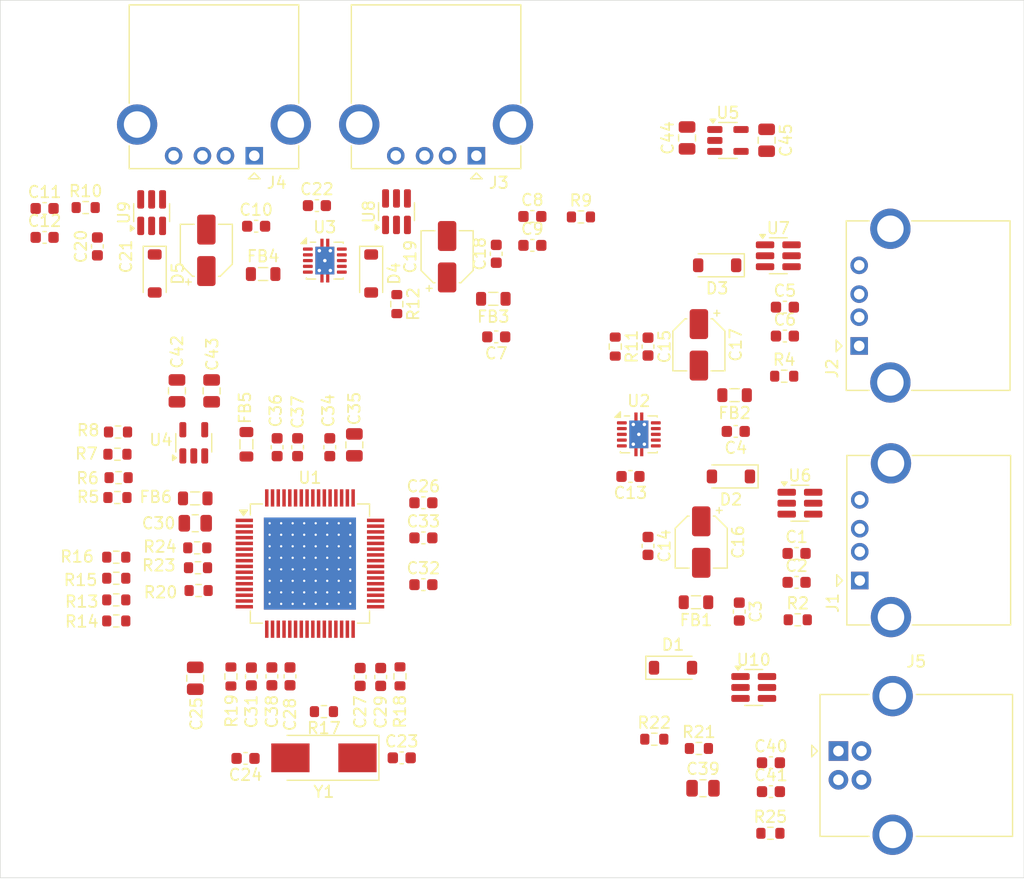
<source format=kicad_pcb>
(kicad_pcb (version 20241229) (generator "pcbnew") (generator_version "9.0")
  (layers (0 "F.Cu" signal) (2 "B.Cu" signal) (13 "F.Paste" user) (15 "B.Paste" user) (5 "F.SilkS" user "F.Silkscreen") (7 "B.SilkS" user "B.Silkscreen") (1 "F.Mask" user) (3 "B.Mask" user) (25 "Edge.Cuts" user))
  (net 0 "")
  (net 1 "GND")
  (net 2 "GND_CHASSIS")
  (net 3 "Net-(J1-VBUS)")
  (net 4 "Net-(J2-VBUS)")
  (net 5 "Net-(J3-VBUS)")
  (net 6 "Net-(J4-VBUS)")
  (net 7 "+5V")
  (net 8 "/DN1_VBUS")
  (net 9 "/DN2_VBUS")
  (net 10 "/DN3_VBUS")
  (net 11 "/DN4_VBUS")
  (net 12 "Net-(U1-XI)")
  (net 13 "Net-(U1-XO)")
  (net 14 "Net-(U1-GRSTz)")
  (net 15 "Net-(C26-Pad2)")
  (net 16 "Net-(C26-Pad1)")
  (net 17 "Net-(C31-Pad1)")
  (net 18 "Net-(C31-Pad2)")
  (net 19 "+1V1")
  (net 20 "+3V3")
  (net 21 "Net-(J1-D+)")
  (net 22 "Net-(J1-D-)")
  (net 23 "Net-(J2-D+)")
  (net 24 "Net-(J2-D-)")
  (net 25 "Net-(J3-D-)")
  (net 26 "Net-(J3-D+)")
  (net 27 "Net-(J4-D+)")
  (net 28 "Net-(J4-D-)")
  (net 29 "Net-(J5-D+)")
  (net 30 "Net-(J5-D-)")
  (net 31 "/PWRCTL1")
  (net 32 "/PWRCTL2")
  (net 33 "Net-(U1-PWRCTL3{slash}BATEN3)")
  (net 34 "Net-(U1-PWRCTL4{slash}BATEN4)")
  (net 35 "Net-(U2-ILM)")
  (net 36 "Net-(U3-ILM)")
  (net 37 "/OVERCUR1z")
  (net 38 "/OVERCUR2z")
  (net 39 "/OVERCUR3z")
  (net 40 "/OVERCUR4z")
  (net 41 "Net-(U1-USB_R1)")
  (net 42 "Net-(U1-TEST)")
  (net 43 "Net-(U1-AUTOENz{slash}HS_SUSPEND)")
  (net 44 "Net-(U1-USB_VBUS)")
  (net 45 "Net-(U1-GANGED{slash}SMBA2{slash}HS_UP)")
  (net 46 "Net-(U1-FULLPWRMGMTz{slash}SMBA1)")
  (net 73 "/PWRCTL3")
  (net 74 "/PWRCTL4")
  (net 77 "Net-(D1-A)")
  (net 78 "Net-(D1-K)")
  (net 79 "Net-(D2-K)")
  (net 80 "Net-(D3-K)")
  (net 81 "Net-(D4-K)")
  (net 82 "Net-(D5-K)")
  (net 83 "Net-(U1-USB_DP_DN4)")
  (net 84 "Net-(U1-USB_DM_DN1)")
  (net 85 "Net-(U1-USB_DM_DN3)")
  (net 86 "Net-(U1-USB_DP_DN2)")
  (net 87 "Net-(U1-USB_DP_DN1)")
  (net 88 "Net-(U1-USB_DM_DN4)")
  (net 89 "Net-(U1-USB_DP_DN3)")
  (net 90 "Net-(U1-USB_DM_DN2)")
  (net 91 "Net-(U1-USB_DM_UP)")
  (net 92 "Net-(U1-USB_DP_UP)")
  (footprint "Package_TO_SOT_SMD:SC-74-6_1.55x2.9mm_P0.95mm" (layer "F.Cu") (at 152.5524 117.0799)
    (property "Reference" "U10" (at 0 -2.4 0) (layer "F.SilkS"))
    (property "Value" "IP4234CZ6")
    (pad "1" smd roundrect (at -1.15 -0.95) (size 1.6 0.6) (layers "F.Cu" "F.Mask" "F.Paste") (net 30 "Net-(J5-D-)"))
    (pad "2" smd roundrect (at -1.15 0) (size 1.6 0.6) (layers "F.Cu" "F.Mask" "F.Paste") (net 1 "GND"))
    (pad "3" smd roundrect (at -1.15 0.95) (size 1.6 0.6) (layers "F.Cu" "F.Mask" "F.Paste") (net 91 "Net-(U1-USB_DM_UP)"))
    (pad "4" smd roundrect (at 1.15 0.95) (size 1.6 0.6) (layers "F.Cu" "F.Mask" "F.Paste") (net 92 "Net-(U1-USB_DP_UP)"))
    (pad "5" smd roundrect (at 1.15 0) (size 1.6 0.6) (layers "F.Cu" "F.Mask" "F.Paste") (net 78 "Net-(D1-K)"))
    (pad "6" smd roundrect (at 1.15 -0.95) (size 1.6 0.6) (layers "F.Cu" "F.Mask" "F.Paste") (net 29 "Net-(J5-D+)"))
  )
  (footprint "Package_TO_SOT_SMD:SC-74-6_1.55x2.9mm_P0.95mm" (layer "F.Cu") (at 156.5656 101.0779)
    (property "Reference" "U6" (at 0 -2.4 0) (layer "F.SilkS"))
    (property "Value" "IP4234CZ6")
    (pad "1" smd roundrect (at -1.15 -0.95) (size 1.6 0.6) (layers "F.Cu" "F.Mask" "F.Paste") (net 84 "Net-(U1-USB_DM_DN1)"))
    (pad "2" smd roundrect (at -1.15 0) (size 1.6 0.6) (layers "F.Cu" "F.Mask" "F.Paste") (net 1 "GND"))
    (pad "3" smd roundrect (at -1.15 0.95) (size 1.6 0.6) (layers "F.Cu" "F.Mask" "F.Paste") (net 22 "Net-(J1-D-)"))
    (pad "4" smd roundrect (at 1.15 0.95) (size 1.6 0.6) (layers "F.Cu" "F.Mask" "F.Paste") (net 21 "Net-(J1-D+)"))
    (pad "5" smd roundrect (at 1.15 0) (size 1.6 0.6) (layers "F.Cu" "F.Mask" "F.Paste") (net 79 "Net-(D2-K)"))
    (pad "6" smd roundrect (at 1.15 -0.95) (size 1.6 0.6) (layers "F.Cu" "F.Mask" "F.Paste") (net 87 "Net-(U1-USB_DP_DN1)"))
  )
  (footprint "Inductor_SMD:L_0805_2012Metric" (layer "F.Cu") (at 104.0514 100.6602 180)
    (property "Reference" "FB6" (at 3.429 0.127 0) (layer "F.SilkS"))
    (property "Value" "220@100MHz")
    (pad "1" smd roundrect (at -1.0625 0 180) (size 0.875 1.2) (layers "F.Cu" "F.Mask" "F.Paste") (net 16 "Net-(C26-Pad1)"))
    (pad "2" smd roundrect (at 1.0625 0 180) (size 0.875 1.2) (layers "F.Cu" "F.Mask" "F.Paste") (net 20 "+3V3"))
  )
  (footprint "Capacitor_SMD:C_0603_1608Metric" (layer "F.Cu") (at 151.2954 110.49 -90)
    (property "Reference" "C3" (at 0 -1.43 90) (layer "F.SilkS"))
    (property "Value" "0.1uF")
    (pad "1" smd roundrect (at -0.775 0 270) (size 0.9 0.95) (layers "F.Cu" "F.Mask" "F.Paste") (net 3 "Net-(J1-VBUS)"))
    (pad "2" smd roundrect (at 0.775 0 270) (size 0.9 0.95) (layers "F.Cu" "F.Mask" "F.Paste") (net 1 "GND"))
  )
  (footprint "Capacitor_SMD:C_0603_1608Metric" (layer "F.Cu") (at 108.4202 123.2408 180)
    (property "Reference" "C24" (at 0 -1.43 0) (layer "F.SilkS"))
    (property "Value" "18pF")
    (pad "1" smd roundrect (at -0.775 0 180) (size 0.9 0.95) (layers "F.Cu" "F.Mask" "F.Paste") (net 13 "Net-(U1-XO)"))
    (pad "2" smd roundrect (at 0.775 0 180) (size 0.9 0.95) (layers "F.Cu" "F.Mask" "F.Paste") (net 1 "GND"))
  )
  (footprint "Resistor_SMD:R_0603_1608Metric" (layer "F.Cu") (at 97.1934 109.474)
    (property "Reference" "R13" (at -2.9972 0.1524 0) (layer "F.SilkS"))
    (property "Value" "10K")
    (pad "1" smd roundrect (at -0.825 0) (size 0.8 0.95) (layers "F.Cu" "F.Mask" "F.Paste") (net 20 "+3V3"))
    (pad "2" smd roundrect (at 0.825 0) (size 0.8 0.95) (layers "F.Cu" "F.Mask" "F.Paste") (net 37 "/OVERCUR1z"))
  )
  (footprint "Resistor_SMD:R_0603_1608Metric" (layer "F.Cu") (at 97.295 96.8248)
    (property "Reference" "R7" (at -2.6924 -0.0508 0) (layer "F.SilkS"))
    (property "Value" "4.7K")
    (pad "1" smd roundrect (at -0.825 0) (size 0.8 0.95) (layers "F.Cu" "F.Mask" "F.Paste") (net 20 "+3V3"))
    (pad "2" smd roundrect (at 0.825 0) (size 0.8 0.95) (layers "F.Cu" "F.Mask" "F.Paste") (net 33 "Net-(U1-PWRCTL3{slash}BATEN3)"))
  )
  (footprint "Capacitor_SMD:C_0603_1608Metric" (layer "F.Cu") (at 155.2578 86.5632)
    (property "Reference" "C6" (at 0 -1.43 0) (layer "F.SilkS"))
    (property "Value" "0.001uF")
    (pad "1" smd roundrect (at -0.775 0) (size 0.9 0.95) (layers "F.Cu" "F.Mask" "F.Paste") (net 1 "GND"))
    (pad "2" smd roundrect (at 0.775 0) (size 0.9 0.95) (layers "F.Cu" "F.Mask" "F.Paste") (net 2 "GND_CHASSIS"))
  )
  (footprint "Capacitor_SMD:C_0603_1608Metric" (layer "F.Cu") (at 123.8634 101.0412)
    (property "Reference" "C26" (at 0 -1.43 0) (layer "F.SilkS"))
    (property "Value" "0.1uF")
    (pad "1" smd roundrect (at -0.775 0) (size 0.9 0.95) (layers "F.Cu" "F.Mask" "F.Paste") (net 16 "Net-(C26-Pad1)"))
    (pad "2" smd roundrect (at 0.775 0) (size 0.9 0.95) (layers "F.Cu" "F.Mask" "F.Paste") (net 15 "Net-(C26-Pad2)"))
  )
  (footprint "Capacitor_SMD:C_0603_1608Metric" (layer "F.Cu") (at 150.9906 94.8436 180)
    (property "Reference" "C4" (at 0 -1.43 0) (layer "F.SilkS"))
    (property "Value" "0.1uF")
    (pad "1" smd roundrect (at -0.775 0 180) (size 0.9 0.95) (layers "F.Cu" "F.Mask" "F.Paste") (net 4 "Net-(J2-VBUS)"))
    (pad "2" smd roundrect (at 0.775 0 180) (size 0.9 0.95) (layers "F.Cu" "F.Mask" "F.Paste") (net 1 "GND"))
  )
  (footprint "Capacitor_SMD:C_0603_1608Metric" (layer "F.Cu") (at 111.1634 96.2152 90)
    (property "Reference" "C36" (at 3.175 -0.127 90) (layer "F.SilkS"))
    (property "Value" "0.1uF")
    (pad "1" smd roundrect (at -0.775 0 90) (size 0.9 0.95) (layers "F.Cu" "F.Mask" "F.Paste") (net 17 "Net-(C31-Pad1)"))
    (pad "2" smd roundrect (at 0.775 0 90) (size 0.9 0.95) (layers "F.Cu" "F.Mask" "F.Paste") (net 18 "Net-(C31-Pad2)"))
  )
  (footprint "Capacitor_SMD:C_0603_1608Metric" (layer "F.Cu") (at 143.3706 104.7874 -90)
    (property "Reference" "C14" (at 0 -1.43 90) (layer "F.SilkS"))
    (property "Value" "0.1uF")
    (pad "1" smd roundrect (at -0.775 0 270) (size 0.9 0.95) (layers "F.Cu" "F.Mask" "F.Paste") (net 8 "/DN1_VBUS"))
    (pad "2" smd roundrect (at 0.775 0 270) (size 0.9 0.95) (layers "F.Cu" "F.Mask" "F.Paste") (net 1 "GND"))
  )
  (footprint "Resistor_SMD:R_0603_1608Metric" (layer "F.Cu") (at 143.9158 121.5716)
    (property "Reference" "R22" (at 0 -1.43 0) (layer "F.SilkS"))
    (property "Value" "10K")
    (pad "1" smd roundrect (at -0.825 0) (size 0.8 0.95) (layers "F.Cu" "F.Mask" "F.Paste") (net 44 "Net-(U1-USB_VBUS)"))
    (pad "2" smd roundrect (at 0.825 0) (size 0.8 0.95) (layers "F.Cu" "F.Mask" "F.Paste") (net 1 "GND"))
  )
  (footprint "Capacitor_SMD:C_0603_1608Metric" (layer "F.Cu") (at 143.3706 87.4776 -90)
    (property "Reference" "C15" (at 0 -1.43 90) (layer "F.SilkS"))
    (property "Value" "0.1uF")
    (pad "1" smd roundrect (at -0.775 0 270) (size 0.9 0.95) (layers "F.Cu" "F.Mask" "F.Paste") (net 9 "/DN2_VBUS"))
    (pad "2" smd roundrect (at 0.775 0 270) (size 0.9 0.95) (layers "F.Cu" "F.Mask" "F.Paste") (net 1 "GND"))
  )
  (footprint "Crystal:Crystal_SMD_0603-2Pin_6.0x3.5mm_HandSoldering" (layer "F.Cu") (at 115.2274 123.19 180)
    (property "Reference" "Y1" (at 0 -2.95 0) (layer "F.SilkS"))
    (property "Value" "24MHz")
    (pad "1" smd rect (at -2.9125 0 180) (size 3.325 2.5) (layers "F.Cu" "F.Mask" "F.Paste") (net 12 "Net-(U1-XI)"))
    (pad "2" smd rect (at 2.9125 0 180) (size 3.325 2.5) (layers "F.Cu" "F.Mask" "F.Paste") (net 13 "Net-(U1-XO)"))
  )
  (footprint "Capacitor_SMD:C_0603_1608Metric" (layer "F.Cu") (at 110.7062 116.1158 -90)
    (property "Reference" "C38" (at 3.061 0 90) (layer "F.SilkS"))
    (property "Value" "0.1uF")
    (pad "1" smd roundrect (at -0.775 0 270) (size 0.9 0.95) (layers "F.Cu" "F.Mask" "F.Paste") (net 17 "Net-(C31-Pad1)"))
    (pad "2" smd roundrect (at 0.775 0 270) (size 0.9 0.95) (layers "F.Cu" "F.Mask" "F.Paste") (net 18 "Net-(C31-Pad2)"))
  )
  (footprint "Capacitor_SMD:C_0603_1608Metric" (layer "F.Cu") (at 90.9698 75.4838)
    (property "Reference" "C11" (at 0 -1.43 0) (layer "F.SilkS"))
    (property "Value" "0.1uF")
    (pad "1" smd roundrect (at -0.775 0) (size 0.9 0.95) (layers "F.Cu" "F.Mask" "F.Paste") (net 1 "GND"))
    (pad "2" smd roundrect (at 0.775 0) (size 0.9 0.95) (layers "F.Cu" "F.Mask" "F.Paste") (net 2 "GND_CHASSIS"))
  )
  (footprint "Capacitor_SMD:C_0603_1608Metric" (layer "F.Cu") (at 154.045 126.1248)
    (property "Reference" "C41" (at 0 -1.43 0) (layer "F.SilkS"))
    (property "Value" "0.001uF")
    (pad "1" smd roundrect (at -0.775 0) (size 0.9 0.95) (layers "F.Cu" "F.Mask" "F.Paste") (net 1 "GND"))
    (pad "2" smd roundrect (at 0.775 0) (size 0.9 0.95) (layers "F.Cu" "F.Mask" "F.Paste") (net 2 "GND_CHASSIS"))
  )
  (footprint "Capacitor_SMD:CP_Elec_4x3" (layer "F.Cu") (at 147.7902 87.3252 -90)
    (property "Reference" "C17" (at 0 -3.2 90) (layer "F.SilkS"))
    (property "Value" "150uF")
    (pad "1" smd roundrect (at -1.8 0 270) (size 2.6 1.6) (layers "F.Cu" "F.Mask" "F.Paste") (roundrect_rratio 0.15625) (net 9 "/DN2_VBUS"))
    (pad "2" smd roundrect (at 1.8 0 270) (size 2.6 1.6) (layers "F.Cu" "F.Mask" "F.Paste") (roundrect_rratio 0.15625) (net 1 "GND"))
  )
  (footprint "Connector_USB:USB_A_Kycon_KUSBX-AS1N-B_Horizontal" (layer "F.Cu") (at 161.7093 87.4216 90)
    (property "Reference" "J2" (at -1.95 -2.35 90) (layer "F.SilkS"))
    (property "Value" "USB_A")
    (pad "1" thru_hole rect (at 0 0 90) (size 1.524 1.524) (drill 0.92) (layers "*.Cu" "*.Mask") (net 4 "Net-(J2-VBUS)"))
    (pad "2" thru_hole circle (at 2.5 0 90) (size 1.524 1.524) (drill 0.92) (layers "*.Cu" "*.Mask") (net 24 "Net-(J2-D-)"))
    (pad "3" thru_hole circle (at 4.5 0 90) (size 1.524 1.524) (drill 0.92) (layers "*.Cu" "*.Mask") (net 23 "Net-(J2-D+)"))
    (pad "4" thru_hole circle (at 7 0 90) (size 1.524 1.524) (drill 0.92) (layers "*.Cu" "*.Mask") (net 1 "GND"))
    (pad "5" thru_hole circle (at -3.175 2.71 90) (size 3.5 3.5) (drill 2.3) (layers "*.Cu" "*.Mask") (net 2 "GND_CHASSIS"))
    (pad "5" thru_hole circle (at 10.175 2.71 90) (size 3.5 3.5) (drill 2.3) (layers "*.Cu" "*.Mask") (net 2 "GND_CHASSIS"))
  )
  (footprint "Resistor_SMD:R_0603_1608Metric" (layer "F.Cu") (at 115.2274 119.1768 180)
    (property "Reference" "R17" (at 0 -1.43 0) (layer "F.SilkS"))
    (property "Value" "1M")
    (pad "1" smd roundrect (at -0.825 0 180) (size 0.8 0.95) (layers "F.Cu" "F.Mask" "F.Paste") (net 12 "Net-(U1-XI)"))
    (pad "2" smd roundrect (at 0.825 0 180) (size 0.8 0.95) (layers "F.Cu" "F.Mask" "F.Paste") (net 13 "Net-(U1-XO)"))
  )
  (footprint "Capacitor_SMD:C_0805_2012Metric" (layer "F.Cu") (at 153.67 69.5604 -90)
    (property "Reference" "C45" (at 0 -1.68 90) (layer "F.SilkS"))
    (property "Value" "1uF")
    (pad "1" smd roundrect (at -0.95 0 270) (size 1 1.45) (layers "F.Cu" "F.Mask" "F.Paste") (net 20 "+3V3"))
    (pad "2" smd roundrect (at 0.95 0 270) (size 1 1.45) (layers "F.Cu" "F.Mask" "F.Paste") (net 1 "GND"))
  )
  (footprint "Capacitor_SMD:C_0603_1608Metric" (layer "F.Cu") (at 114.6178 75.2348)
    (property "Reference" "C22" (at 0 -1.43 0) (layer "F.SilkS"))
    (property "Value" "0.1uF")
    (pad "1" smd roundrect (at -0.775 0) (size 0.9 0.95) (layers "F.Cu" "F.Mask" "F.Paste") (net 7 "+5V"))
    (pad "2" smd roundrect (at 0.775 0) (size 0.9 0.95) (layers "F.Cu" "F.Mask" "F.Paste") (net 1 "GND"))
  )
  (footprint "Capacitor_SMD:C_0603_1608Metric" (layer "F.Cu") (at 121.9838 123.19)
    (property "Reference" "C23" (at 0 -1.43 0) (layer "F.SilkS"))
    (property "Value" "18pF")
    (pad "1" smd roundrect (at -0.775 0) (size 0.9 0.95) (layers "F.Cu" "F.Mask" "F.Paste") (net 12 "Net-(U1-XI)"))
    (pad "2" smd roundrect (at 0.775 0) (size 0.9 0.95) (layers "F.Cu" "F.Mask" "F.Paste") (net 1 "GND"))
  )
  (footprint "Capacitor_SMD:C_0603_1608Metric" (layer "F.Cu") (at 156.2738 107.95)
    (property "Reference" "C2" (at 0 -1.43 0) (layer "F.SilkS"))
    (property "Value" "0.1uF")
    (pad "1" smd roundrect (at -0.775 0) (size 0.9 0.95) (layers "F.Cu" "F.Mask" "F.Paste") (net 1 "GND"))
    (pad "2" smd roundrect (at 0.775 0) (size 0.9 0.95) (layers "F.Cu" "F.Mask" "F.Paste") (net 2 "GND_CHASSIS"))
  )
  (footprint "Capacitor_SMD:C_0603_1608Metric" (layer "F.Cu") (at 133.3267 76.1768)
    (property "Reference" "C8" (at 0 -1.43 0) (layer "F.SilkS"))
    (property "Value" "0.1uF")
    (pad "1" smd roundrect (at -0.775 0) (size 0.9 0.95) (layers "F.Cu" "F.Mask" "F.Paste") (net 1 "GND"))
    (pad "2" smd roundrect (at 0.775 0) (size 0.9 0.95) (layers "F.Cu" "F.Mask" "F.Paste") (net 2 "GND_CHASSIS"))
  )
  (footprint "Diode_SMD:D_SOD-123" (layer "F.Cu") (at 100.5332 81.1276 -90)
    (property "Reference" "D5" (at 0 -2 90) (layer "F.SilkS"))
    (property "Value" "1N4148W")
    (pad "1" smd roundrect (at -1.65 0 270) (size 0.9 1.2) (layers "F.Cu" "F.Mask" "F.Paste") (net 82 "Net-(D5-K)"))
    (pad "2" smd roundrect (at 1.65 0 270) (size 0.9 1.2) (layers "F.Cu" "F.Mask" "F.Paste") (net 11 "/DN4_VBUS"))
  )
  (footprint "Resistor_SMD:R_0603_1608Metric" (layer "F.Cu") (at 97.1934 105.7656)
    (property "Reference" "R16" (at -3.4036 -0.0508 0) (layer "F.SilkS"))
    (property "Value" "10K")
    (pad "1" smd roundrect (at -0.825 0) (size 0.8 0.95) (layers "F.Cu" "F.Mask" "F.Paste") (net 20 "+3V3"))
    (pad "2" smd roundrect (at 0.825 0) (size 0.8 0.95) (layers "F.Cu" "F.Mask" "F.Paste") (net 40 "/OVERCUR4z"))
  )
  (footprint "Inductor_SMD:L_0805_2012Metric" (layer "F.Cu") (at 108.4964 95.9612 90)
    (property "Reference" "FB5" (at 3.175 -0.127 90) (layer "F.SilkS"))
    (property "Value" "220@100MHz")
    (pad "1" smd roundrect (at -1.0625 0 90) (size 0.875 1.2) (layers "F.Cu" "F.Mask" "F.Paste") (net 17 "Net-(C31-Pad1)"))
    (pad "2" smd roundrect (at 1.0625 0 90) (size 0.875 1.2) (layers "F.Cu" "F.Mask" "F.Paste") (net 19 "+1V1"))
  )
  (footprint "Diode_SMD:D_SOD-123" (layer "F.Cu") (at 149.3764 80.4164 180)
    (property "Reference" "D3" (at 0 -2 0) (layer "F.SilkS"))
    (property "Value" "1N4148W")
    (pad "1" smd roundrect (at -1.65 0 180) (size 0.9 1.2) (layers "F.Cu" "F.Mask" "F.Paste") (net 80 "Net-(D3-K)"))
    (pad "2" smd roundrect (at 1.65 0 180) (size 0.9 1.2) (layers "F.Cu" "F.Mask" "F.Paste") (net 9 "/DN2_VBUS"))
  )
  (footprint "Capacitor_SMD:C_0603_1608Metric" (layer "F.Cu") (at 156.2738 105.44)
    (property "Reference" "C1" (at 0 -1.43 0) (layer "F.SilkS"))
    (property "Value" "0.001uF")
    (pad "1" smd roundrect (at -0.775 0) (size 0.9 0.95) (layers "F.Cu" "F.Mask" "F.Paste") (net 1 "GND"))
    (pad "2" smd roundrect (at 0.775 0) (size 0.9 0.95) (layers "F.Cu" "F.Mask" "F.Paste") (net 2 "GND_CHASSIS"))
  )
  (footprint "Resistor_SMD:R_0603_1608Metric" (layer "F.Cu") (at 97.1934 111.3028)
    (property "Reference" "R14" (at -2.9972 0.0508 0) (layer "F.SilkS"))
    (property "Value" "10K")
    (pad "1" smd roundrect (at -0.825 0) (size 0.8 0.95) (layers "F.Cu" "F.Mask" "F.Paste") (net 20 "+3V3"))
    (pad "2" smd roundrect (at 0.825 0) (size 0.8 0.95) (layers "F.Cu" "F.Mask" "F.Paste") (net 38 "/OVERCUR2z"))
  )
  (footprint "Capacitor_SMD:CP_Elec_4x3" (layer "F.Cu") (at 147.9934 104.4532 -90)
    (property "Reference" "C16" (at 0 -3.2 90) (layer "F.SilkS"))
    (property "Value" "150uF")
    (pad "1" smd roundrect (at -1.8 0 270) (size 2.6 1.6) (layers "F.Cu" "F.Mask" "F.Paste") (roundrect_rratio 0.15625) (net 8 "/DN1_VBUS"))
    (pad "2" smd roundrect (at 1.8 0 270) (size 2.6 1.6) (layers "F.Cu" "F.Mask" "F.Paste") (roundrect_rratio 0.15625) (net 1 "GND"))
  )
  (footprint "Inductor_SMD:L_0805_2012Metric" (layer "F.Cu") (at 147.5362 109.6772 180)
    (property "Reference" "FB1" (at 0 -1.55 0) (layer "F.SilkS"))
    (property "Value" "220@100MHz")
    (pad "1" smd roundrect (at -1.0625 0 180) (size 0.875 1.2) (layers "F.Cu" "F.Mask" "F.Paste") (net 3 "Net-(J1-VBUS)"))
    (pad "2" smd roundrect (at 1.0625 0 180) (size 0.875 1.2) (layers "F.Cu" "F.Mask" "F.Paste") (net 8 "/DN1_VBUS"))
  )
  (footprint "Capacitor_SMD:C_0603_1608Metric" (layer "F.Cu") (at 118.377 116.1666 -90)
    (property "Reference" "C27" (at 3.048 0 90) (layer "F.SilkS"))
    (property "Value" "0.1uF")
    (pad "1" smd roundrect (at -0.775 0 270) (size 0.9 0.95) (layers "F.Cu" "F.Mask" "F.Paste") (net 16 "Net-(C26-Pad1)"))
    (pad "2" smd roundrect (at 0.775 0 270) (size 0.9 0.95) (layers "F.Cu" "F.Mask" "F.Paste") (net 15 "Net-(C26-Pad2)"))
  )
  (footprint "Resistor_SMD:R_0603_1608Metric" (layer "F.Cu") (at 147.7902 122.3772)
    (property "Reference" "R21" (at 0 -1.43 0) (layer "F.SilkS"))
    (property "Value" "90.9K")
    (pad "1" smd roundrect (at -0.825 0) (size 0.8 0.95) (layers "F.Cu" "F.Mask" "F.Paste") (net 77 "Net-(D1-A)"))
    (pad "2" smd roundrect (at 0.825 0) (size 0.8 0.95) (layers "F.Cu" "F.Mask" "F.Paste") (net 44 "Net-(U1-USB_VBUS)"))
  )
  (footprint "Diode_SMD:D_SOD-123" (layer "F.Cu") (at 150.5712 98.7552 180)
    (property "Reference" "D2" (at 0 -2 0) (layer "F.SilkS"))
    (property "Value" "1N4148W")
    (pad "1" smd roundrect (at -1.65 0 180) (size 0.9 1.2) (layers "F.Cu" "F.Mask" "F.Paste") (net 79 "Net-(D2-K)"))
    (pad "2" smd roundrect (at 1.65 0 180) (size 0.9 1.2) (layers "F.Cu" "F.Mask" "F.Paste") (net 8 "/DN1_VBUS"))
  )
  (footprint "Capacitor_SMD:C_0603_1608Metric" (layer "F.Cu") (at 120.155 116.1666 -90)
    (property "Reference" "C29" (at 3.048 0 90) (layer "F.SilkS"))
    (property "Value" "0.1uF")
    (pad "1" smd roundrect (at -0.775 0 270) (size 0.9 0.95) (layers "F.Cu" "F.Mask" "F.Paste") (net 16 "Net-(C26-Pad1)"))
    (pad "2" smd roundrect (at 0.775 0 270) (size 0.9 0.95) (layers "F.Cu" "F.Mask" "F.Paste") (net 15 "Net-(C26-Pad2)"))
  )
  (footprint "Capacitor_SMD:C_0603_1608Metric" (layer "F.Cu") (at 112.9414 96.2152 90)
    (property "Reference" "C37" (at 3.048 0 90) (layer "F.SilkS"))
    (property "Value" "0.1uF")
    (pad "1" smd roundrect (at -0.775 0 90) (size 0.9 0.95) (layers "F.Cu" "F.Mask" "F.Paste") (net 17 "Net-(C31-Pad1)"))
    (pad "2" smd roundrect (at 0.775 0 90) (size 0.9 0.95) (layers "F.Cu" "F.Mask" "F.Paste") (net 18 "Net-(C31-Pad2)"))
  )
  (footprint "Resistor_SMD:R_0603_1608Metric" (layer "F.Cu") (at 104.2932 106.68 180)
    (property "Reference" "R23" (at 3.4036 0.2032 0) (layer "F.SilkS"))
    (property "Value" "4.7K")
    (pad "1" smd roundrect (at -0.825 0 180) (size 0.8 0.95) (layers "F.Cu" "F.Mask" "F.Paste") (net 45 "Net-(U1-GANGED{slash}SMBA2{slash}HS_UP)"))
    (pad "2" smd roundrect (at 0.825 0 180) (size 0.8 0.95) (layers "F.Cu" "F.Mask" "F.Paste") (net 1 "GND"))
  )
  (footprint "Capacitor_SMD:C_0805_2012Metric" (layer "F.Cu") (at 104.0514 116.2812 -90)
    (property "Reference" "C25" (at 3.0988 -0.1016 90) (layer "F.SilkS"))
    (property "Value" "1uF")
    (pad "1" smd roundrect (at -0.95 0 270) (size 1 1.45) (layers "F.Cu" "F.Mask" "F.Paste") (net 14 "Net-(U1-GRSTz)"))
    (pad "2" smd roundrect (at 0.95 0 270) (size 1 1.45) (layers "F.Cu" "F.Mask" "F.Paste") (net 1 "GND"))
  )
  (footprint "Capacitor_SMD:C_0805_2012Metric" (layer "F.Cu") (at 104.0514 102.8192)
    (property "Reference" "C30" (at -3.175 0 0) (layer "F.SilkS"))
    (property "Value" "10uF")
    (pad "1" smd roundrect (at -0.95 0) (size 1 1.45) (layers "F.Cu" "F.Mask" "F.Paste") (net 16 "Net-(C26-Pad1)"))
    (pad "2" smd roundrect (at 0.95 0) (size 1 1.45) (layers "F.Cu" "F.Mask" "F.Paste") (net 15 "Net-(C26-Pad2)"))
  )
  (footprint "Package_TO_SOT_SMD:SC-74-6_1.55x2.9mm_P0.95mm" (layer "F.Cu") (at 121.5288 75.7612 90)
    (property "Reference" "U8" (at 0 -2.4 90) (layer "F.SilkS"))
    (property "Value" "IP4234CZ6")
    (pad "1" smd roundrect (at -1.15 -0.95 90) (size 1.6 0.6) (layers "F.Cu" "F.Mask" "F.Paste") (net 85 "Net-(U1-USB_DM_DN3)"))
    (pad "2" smd roundrect (at -1.15 0 90) (size 1.6 0.6) (layers "F.Cu" "F.Mask" "F.Paste") (net 1 "GND"))
    (pad "3" smd roundrect (at -1.15 0.95 90) (size 1.6 0.6) (layers "F.Cu" "F.Mask" "F.Paste") (net 25 "Net-(J3-D-)"))
    (pad "4" smd roundrect (at 1.15 0.95 90) (size 1.6 0.6) (layers "F.Cu" "F.Mask" "F.Paste") (net 26 "Net-(J3-D+)"))
    (pad "5" smd roundrect (at 1.15 0 90) (size 1.6 0.6) (layers "F.Cu" "F.Mask" "F.Paste") (net 81 "Net-(D4-K)"))
    (pad "6" smd roundrect (at 1.15 -0.95 90) (size 1.6 0.6) (layers "F.Cu" "F.Mask" "F.Paste") (net 89 "Net-(U1-USB_DP_DN3)"))
  )
  (footprint "Connector_USB:USB_A_Kycon_KUSBX-AS1N-B_Horizontal" (layer "F.Cu") (at 161.7601 107.7924 90)
    (property "Reference" "J1" (at -1.95 -2.35 90) (layer "F.SilkS"))
    (property "Value" "USB_A")
    (pad "1" thru_hole rect (at 0 0 90) (size 1.524 1.524) (drill 0.92) (layers "*.Cu" "*.Mask") (net 3 "Net-(J1-VBUS)"))
    (pad "2" thru_hole circle (at 2.5 0 90) (size 1.524 1.524) (drill 0.92) (layers "*.Cu" "*.Mask") (net 22 "Net-(J1-D-)"))
    (pad "3" thru_hole circle (at 4.5 0 90) (size 1.524 1.524) (drill 0.92) (layers "*.Cu" "*.Mask") (net 21 "Net-(J1-D+)"))
    (pad "4" thru_hole circle (at 7 0 90) (size 1.524 1.524) (drill 0.92) (layers "*.Cu" "*.Mask") (net 1 "GND"))
    (pad "5" thru_hole circle (at -3.175 2.71 90) (size 3.5 3.5) (drill 2.3) (layers "*.Cu" "*.Mask") (net 2 "GND_CHASSIS"))
    (pad "5" thru_hole circle (at 10.175 2.71 90) (size 3.5 3.5) (drill 2.3) (layers "*.Cu" "*.Mask") (net 2 "GND_CHASSIS"))
  )
  (footprint "Resistor_SMD:R_0603_1608Metric" (layer "F.Cu") (at 121.5559 83.7876 -90)
    (property "Reference" "R12" (at 0 -1.43 90) (layer "F.SilkS"))
    (property "Value" "25.5K")
    (pad "1" smd roundrect (at -0.825 0 270) (size 0.8 0.95) (layers "F.Cu" "F.Mask" "F.Paste") (net 36 "Net-(U3-ILM)"))
    (pad "2" smd roundrect (at 0.825 0 270) (size 0.8 0.95) (layers "F.Cu" "F.Mask" "F.Paste") (net 1 "GND"))
  )
  (footprint "Capacitor_SMD:C_0805_2012Metric" (layer "F.Cu") (at 146.7612 69.3572 90)
    (property "Reference" "C44" (at 0 -1.68 90) (layer "F.SilkS"))
    (property "Value" "1uF")
    (pad "1" smd roundrect (at -0.95 0 90) (size 1 1.45) (layers "F.Cu" "F.Mask" "F.Paste") (net 7 "+5V"))
    (pad "2" smd roundrect (at 0.95 0 90) (size 1 1.45) (layers "F.Cu" "F.Mask" "F.Paste") (net 1 "GND"))
  )
  (footprint "Capacitor_SMD:C_0603_1608Metric" (layer "F.Cu") (at 123.8634 108.1532)
    (property "Reference" "C32" (at 0 -1.43 0) (layer "F.SilkS"))
    (property "Value" "0.1uF")
    (pad "1" smd roundrect (at -0.775 0) (size 0.9 0.95) (layers "F.Cu" "F.Mask" "F.Paste") (net 17 "Net-(C31-Pad1)"))
    (pad "2" smd roundrect (at 0.775 0) (size 0.9 0.95) (layers "F.Cu" "F.Mask" "F.Paste") (net 18 "Net-(C31-Pad2)"))
  )
  (footprint "Capacitor_SMD:C_0603_1608Metric" (layer "F.Cu") (at 141.8466 98.7552 180)
    (property "Reference" "C13" (at 0 -1.43 0) (layer "F.SilkS"))
    (property "Value" "0.1uF")
    (pad "1" smd roundrect (at -0.775 0 180) (size 0.9 0.95) (layers "F.Cu" "F.Mask" "F.Paste") (net 7 "+5V"))
    (pad "2" smd roundrect (at 0.775 0 180) (size 0.9 0.95) (layers "F.Cu" "F.Mask" "F.Paste") (net 1 "GND"))
  )
  (footprint "Resistor_SMD:R_0603_1608Metric" (layer "F.Cu") (at 155.1974 90.0476)
    (property "Reference" "R4" (at 0 -1.43 0) (layer "F.SilkS"))
    (property "Value" "1M")
    (pad "1" smd roundrect (at -0.825 0) (size 0.8 0.95) (layers "F.Cu" "F.Mask" "F.Paste") (net 1 "GND"))
    (pad "2" smd roundrect (at 0.825 0) (size 0.8 0.95) (layers "F.Cu" "F.Mask" "F.Paste") (net 2 "GND_CHASSIS"))
  )
  (footprint "Connector_USB:USB_A_Kycon_KUSBX-AS1N-B_Horizontal" (layer "F.Cu") (at 109.177 70.9039 180)
    (property "Reference" "J4" (at -1.95 -2.35 0) (layer "F.SilkS"))
    (property "Value" "USB_A")
    (pad "1" thru_hole rect (at 0 0 180) (size 1.524 1.524) (drill 0.92) (layers "*.Cu" "*.Mask") (net 6 "Net-(J4-VBUS)"))
    (pad "2" thru_hole circle (at 2.5 0 180) (size 1.524 1.524) (drill 0.92) (layers "*.Cu" "*.Mask") (net 28 "Net-(J4-D-)"))
    (pad "3" thru_hole circle (at 4.5 0 180) (size 1.524 1.524) (drill 0.92) (layers "*.Cu" "*.Mask") (net 27 "Net-(J4-D+)"))
    (pad "4" thru_hole circle (at 7 0 180) (size 1.524 1.524) (drill 0.92) (layers "*.Cu" "*.Mask") (net 1 "GND"))
    (pad "5" thru_hole circle (at -3.175 2.71 180) (size 3.5 3.5) (drill 2.3) (layers "*.Cu" "*.Mask") (net 2 "GND_CHASSIS"))
    (pad "5" thru_hole circle (at 10.175 2.71 180) (size 3.5 3.5) (drill 2.3) (layers "*.Cu" "*.Mask") (net 2 "GND_CHASSIS"))
  )
  (footprint "Diode_SMD:D_SOD-123" (layer "F.Cu") (at 145.542 115.3668)
    (property "Reference" "D1" (at 0 -2 0) (layer "F.SilkS"))
    (property "Value" "1N4148W")
    (pad "1" smd roundrect (at -1.65 0) (size 0.9 1.2) (layers "F.Cu" "F.Mask" "F.Paste") (net 78 "Net-(D1-K)"))
    (pad "2" smd roundrect (at 1.65 0) (size 0.9 1.2) (layers "F.Cu" "F.Mask" "F.Paste") (net 77 "Net-(D1-A)"))
  )
  (footprint "Capacitor_SMD:C_0603_1608Metric" (layer "F.Cu") (at 112.281 116.1158 -90)
    (property "Reference" "C28" (at 3.302 0 90) (layer "F.SilkS"))
    (property "Value" "0.1uF")
    (pad "1" smd roundrect (at -0.775 0 270) (size 0.9 0.95) (layers "F.Cu" "F.Mask" "F.Paste") (net 16 "Net-(C26-Pad1)"))
    (pad "2" smd roundrect (at 0.775 0 270) (size 0.9 0.95) (layers "F.Cu" "F.Mask" "F.Paste") (net 15 "Net-(C26-Pad2)"))
  )
  (footprint "Capacitor_SMD:C_0603_1608Metric" (layer "F.Cu") (at 154.045 123.6148)
    (property "Reference" "C40" (at 0 -1.43 0) (layer "F.SilkS"))
    (property "Value" "0.1uF")
    (pad "1" smd roundrect (at -0.775 0) (size 0.9 0.95) (layers "F.Cu" "F.Mask" "F.Paste") (net 1 "GND"))
    (pad "2" smd roundrect (at 0.775 0) (size 0.9 0.95) (layers "F.Cu" "F.Mask" "F.Paste") (net 2 "GND_CHASSIS"))
  )
  (footprint "Resistor_SMD:R_0603_1608Metric" (layer "F.Cu") (at 97.1934 107.5944)
    (property "Reference" "R15" (at -3.0988 0.1524 0) (layer "F.SilkS"))
    (property "Value" "10K")
    (pad "1" smd roundrect (at -0.825 0) (size 0.8 0.95) (layers "F.Cu" "F.Mask" "F.Paste") (net 20 "+3V3"))
    (pad "2" smd roundrect (at 0.825 0) (size 0.8 0.95) (layers "F.Cu" "F.Mask" "F.Paste") (net 39 "/OVERCUR3z"))
  )
  (footprint "Capacitor_SMD:C_0805_2012Metric" (layer "F.Cu") (at 105.4738 91.3232 90)
    (property "Reference" "C43" (at 3.1852 0.0508 90) (layer "F.SilkS"))
    (property "Value" "1uF")
    (pad "1" smd roundrect (at -0.95 0 90) (size 1 1.45) (layers "F.Cu" "F.Mask" "F.Paste") (net 20 "+3V3"))
    (pad "2" smd roundrect (at 0.95 0 90) (size 1 1.45) (layers "F.Cu" "F.Mask" "F.Paste") (net 1 "GND"))
  )
  (footprint "Capacitor_SMD:C_0805_2012Metric" (layer "F.Cu") (at 117.869 96.012 90)
    (property "Reference" "C35" (at 3.1496 0 90) (layer "F.SilkS"))
    (property "Value" "10uF")
    (pad "1" smd roundrect (at -0.95 0 90) (size 1 1.45) (layers "F.Cu" "F.Mask" "F.Paste") (net 17 "Net-(C31-Pad1)"))
    (pad "2" smd roundrect (at 0.95 0 90) (size 1 1.45) (layers "F.Cu" "F.Mask" "F.Paste") (net 18 "Net-(C31-Pad2)"))
  )
  (footprint "Capacitor_SMD:C_0603_1608Metric" (layer "F.Cu") (at 155.2578 84.0532)
    (property "Reference" "C5" (at 0 -1.43 0) (layer "F.SilkS"))
    (property "Value" "0.1uF")
    (pad "1" smd roundrect (at -0.775 0) (size 0.9 0.95) (layers "F.Cu" "F.Mask" "F.Paste") (net 1 "GND"))
    (pad "2" smd roundrect (at 0.775 0) (size 0.9 0.95) (layers "F.Cu" "F.Mask" "F.Paste") (net 2 "GND_CHASSIS"))
  )
  (footprint "Resistor_SMD:R_0603_1608Metric" (layer "F.Cu") (at 107.1502 116.1288 -90)
    (property "Reference" "R19" (at 2.9972 -0.0508 90) (layer "F.SilkS"))
    (property "Value" "4.7K")
    (pad "1" smd roundrect (at -0.825 0 270) (size 0.8 0.95) (layers "F.Cu" "F.Mask" "F.Paste") (net 42 "Net-(U1-TEST)"))
    (pad "2" smd roundrect (at 0.825 0 270) (size 0.8 0.95) (layers "F.Cu" "F.Mask" "F.Paste") (net 1 "GND"))
  )
  (footprint "Capacitor_SMD:C_0603_1608Metric" (layer "F.Cu") (at 130.1919 79.4188 90)
    (property "Reference" "C18" (at 0 -1.43 90) (layer "F.SilkS"))
    (property "Value" "0.1uF")
    (pad "1" smd roundrect (at -0.775 0 90) (size 0.9 0.95) (layers "F.Cu" "F.Mask" "F.Paste") (net 10 "/DN3_VBUS"))
    (pad "2" smd roundrect (at 0.775 0 90) (size 0.9 0.95) (layers "F.Cu" "F.Mask" "F.Paste") (net 1 "GND"))
  )
  (footprint "Diode_SMD:D_SOD-123" (layer "F.Cu") (at 119.3292 81.1276 -90)
    (property "Reference" "D4" (at 0 -2 90) (layer "F.SilkS"))
    (property "Value" "1N4148W")
    (pad "1" smd roundrect (at -1.65 0 270) (size 0.9 1.2) (layers "F.Cu" "F.Mask" "F.Paste") (net 81 "Net-(D4-K)"))
    (pad "2" smd roundrect (at 1.65 0 270) (size 0.9 1.2) (layers "F.Cu" "F.Mask" "F.Paste") (net 10 "/DN3_VBUS"))
  )
  (footprint "Resistor_SMD:R_0603_1608Metric" (layer "F.Cu") (at 97.3966 98.8568)
    (property "Reference" "R6" (at -2.6924 0.0508 0) (layer "F.SilkS"))
    (property "Value" "4.7K")
    (pad "1" smd roundrect (at -0.825 0) (size 0.8 0.95) (layers "F.Cu" "F.Mask" "F.Paste") (net 20 "+3V3"))
    (pad "2" smd roundrect (at 0.825 0) (size 0.8 0.95) (layers "F.Cu" "F.Mask" "F.Paste") (net 32 "/PWRCTL2"))
  )
  (footprint "Resistor_SMD:R_0603_1608Metric" (layer "F.Cu") (at 121.8314 116.1158 -90)
    (property "Reference" "R18" (at 3.061 0 90) (layer "F.SilkS"))
    (property "Value" "9.53K")
    (pad "1" smd roundrect (at -0.825 0 270) (size 0.8 0.95) (layers "F.Cu" "F.Mask" "F.Paste") (net 41 "Net-(U1-USB_R1)"))
    (pad "2" smd roundrect (at 0.825 0 270) (size 0.8 0.95) (layers "F.Cu" "F.Mask" "F.Paste") (net 1 "GND"))
  )
  (footprint "Connector_USB:USB_B_OST_USB-B1HSxx_Horizontal" (layer "F.Cu") (at 159.9071 122.6004)
    (property "Reference" "J5" (at 6.76 -7.77 0) (layer "F.SilkS"))
    (property "Value" "USB_B")
    (pad "1" thru_hole rect (at 0 0) (size 1.7 1.7) (drill 0.92) (layers "*.Cu" "*.Mask") (net 77 "Net-(D1-A)"))
    (pad "2" thru_hole circle (at 0 2.5) (size 1.7 1.7) (drill 0.92) (layers "*.Cu" "*.Mask") (net 30 "Net-(J5-D-)"))
    (pad "3" thru_hole circle (at 2 2.5) (size 1.7 1.7) (drill 0.92) (layers "*.Cu" "*.Mask") (net 29 "Net-(J5-D+)"))
    (pad "4" thru_hole circle (at 2 0) (size 1.7 1.7) (drill 0.92) (layers "*.Cu" "*.Mask") (net 1 "GND"))
    (pad "5" thru_hole circle (at 4.71 -4.77) (size 3.5 3.5) (drill 2.33) (layers "*.Cu" "*.Mask") (net 2 "GND_CHASSIS"))
    (pad "5" thru_hole circle (at 4.71 7.27) (size 3.5 3.5) (drill 2.33) (layers "*.Cu" "*.Mask") (net 2 "GND_CHASSIS"))
  )
  (footprint "Capacitor_SMD:C_0603_1608Metric" (layer "F.Cu") (at 115.7354 96.2152 90)
    (property "Reference" "C34" (at 3.175 -0.127 90) (layer "F.SilkS"))
    (property "Value" "0.1uF")
    (pad "1" smd roundrect (at -0.775 0 90) (size 0.9 0.95) (layers "F.Cu" "F.Mask" "F.Paste") (net 17 "Net-(C31-Pad1)"))
    (pad "2" smd roundrect (at 0.775 0 90) (size 0.9 0.95) (layers "F.Cu" "F.Mask" "F.Paste") (net 18 "Net-(C31-Pad2)"))
  )
  (footprint "Resistor_SMD:R_0603_1608Metric" (layer "F.Cu") (at 94.538 75.403)
    (property "Reference" "R10" (at 0 -1.43 0) (layer "F.SilkS"))
    (property "Value" "1M")
    (pad "1" smd roundrect (at -0.825 0) (size 0.8 0.95) (layers "F.Cu" "F.Mask" "F.Paste") (net 1 "GND"))
    (pad "2" smd roundrect (at 0.825 0) (size 0.8 0.95) (layers "F.Cu" "F.Mask" "F.Paste") (net 2 "GND_CHASSIS"))
  )
  (footprint "Connector_USB:USB_A_Kycon_KUSBX-AS1N-B_Horizontal" (layer "F.Cu") (at 128.468 70.9039 180)
    (property "Reference" "J3" (at -1.95 -2.35 0) (layer "F.SilkS"))
    (property "Value" "USB_A")
    (pad "1" thru_hole rect (at 0 0 180) (size 1.524 1.524) (drill 0.92) (layers "*.Cu" "*.Mask") (net 5 "Net-(J3-VBUS)"))
    (pad "2" thru_hole circle (at 2.5 0 180) (size 1.524 1.524) (drill 0.92) (layers "*.Cu" "*.Mask") (net 25 "Net-(J3-D-)"))
    (pad "3" thru_hole circle (at 4.5 0 180) (size 1.524 1.524) (drill 0.92) (layers "*.Cu" "*.Mask") (net 26 "Net-(J3-D+)"))
    (pad "4" thru_hole circle (at 7 0 180) (size 1.524 1.524) (drill 0.92) (layers "*.Cu" "*.Mask") (net 1 "GND"))
    (pad "5" thru_hole circle (at -3.175 2.71 180) (size 3.5 3.5) (drill 2.3) (layers "*.Cu" "*.Mask") (net 2 "GND_CHASSIS"))
    (pad "5" thru_hole circle (at 10.175 2.71 180) (size 3.5 3.5) (drill 2.3) (layers "*.Cu" "*.Mask") (net 2 "GND_CHASSIS"))
  )
  (footprint "Capacitor_SMD:C_0603_1608Metric" (layer "F.Cu") (at 108.9282 116.1288 -90)
    (property "Reference" "C31" (at 3.048 0 90) (layer "F.SilkS"))
    (property "Value" "0.1uF")
    (pad "1" smd roundrect (at -0.775 0 270) (size 0.9 0.95) (layers "F.Cu" "F.Mask" "F.Paste") (net 17 "Net-(C31-Pad1)"))
    (pad "2" smd roundrect (at 0.775 0 270) (size 0.9 0.95) (layers "F.Cu" "F.Mask" "F.Paste") (net 18 "Net-(C31-Pad2)"))
  )
  (footprint "Capacitor_SMD:C_0603_1608Metric" (layer "F.Cu") (at 133.3267 78.6868)
    (property "Reference" "C9" (at 0 -1.43 0) (layer "F.SilkS"))
    (property "Value" "0.001uF")
    (pad "1" smd roundrect (at -0.775 0) (size 0.9 0.95) (layers "F.Cu" "F.Mask" "F.Paste") (net 1 "GND"))
    (pad "2" smd roundrect (at 0.775 0) (size 0.9 0.95) (layers "F.Cu" "F.Mask" "F.Paste") (net 2 "GND_CHASSIS"))
  )
  (footprint "Capacitor_SMD:CP_Elec_4x3" (layer "F.Cu") (at 105.0166 79.1176 90)
    (property "Reference" "C21" (at -0.5368 -6.9726 90) (layer "F.SilkS"))
    (property "Value" "150uF")
    (pad "1" smd roundrect (at -1.8 0 90) (size 2.6 1.6) (layers "F.Cu" "F.Mask" "F.Paste") (roundrect_rratio 0.15625) (net 11 "/DN4_VBUS"))
    (pad "2" smd roundrect (at 1.8 0 90) (size 2.6 1.6) (layers "F.Cu" "F.Mask" "F.Paste") (roundrect_rratio 0.15625) (net 1 "GND"))
  )
  (footprint "Capacitor_SMD:C_0805_2012Metric" (layer "F.Cu") (at 102.4638 91.3232 90)
    (property "Reference" "C42" (at 3.3884 0.0128 90) (layer "F.SilkS"))
    (property "Value" "1uF")
    (pad "1" smd roundrect (at -0.95 0 90) (size 1 1.45) (layers "F.Cu" "F.Mask" "F.Paste") (net 19 "+1V1"))
    (pad "2" smd roundrect (at 0.95 0 90) (size 1 1.45) (layers "F.Cu" "F.Mask" "F.Paste") (net 1 "GND"))
  )
  (footprint "Resistor_SMD:R_0603_1608Metric" (layer "F.Cu") (at 104.344 108.6612 180)
    (property "Reference" "R20" (at 3.302 -0.1524 0) (layer "F.SilkS"))
    (property "Value" "4.7K")
    (pad "1" smd roundrect (at -0.825 0 180) (size 0.8 0.95) (layers "F.Cu" "F.Mask" "F.Paste") (net 43 "Net-(U1-AUTOENz{slash}HS_SUSPEND)"))
    (pad "2" smd roundrect (at 0.825 0 180) (size 0.8 0.95) (layers "F.Cu" "F.Mask" "F.Paste") (net 1 "GND"))
  )
  (footprint "Package_TO_SOT_SMD:SC-74-6_1.55x2.9mm_P0.95mm" (layer "F.Cu") (at 100.2651 75.8444 90)
    (property "Reference" "U9" (at 0 -2.4 90) (layer "F.SilkS"))
    (property "Value" "IP4234CZ6")
    (pad "1" smd roundrect (at -1.15 -0.95 90) (size 1.6 0.6) (layers "F.Cu" "F.Mask" "F.Paste") (net 88 "Net-(U1-USB_DM_DN4)"))
    (pad "2" smd roundrect (at -1.15 0 90) (size 1.6 0.6) (layers "F.Cu" "F.Mask" "F.Paste") (net 1 "GND"))
    (pad "3" smd roundrect (at -1.15 0.95 90) (size 1.6 0.6) (layers "F.Cu" "F.Mask" "F.Paste") (net 28 "Net-(J4-D-)"))
    (pad "4" smd roundrect (at 1.15 0.95 90) (size 1.6 0.6) (layers "F.Cu" "F.Mask" "F.Paste") (net 27 "Net-(J4-D+)"))
    (pad "5" smd roundrect (at 1.15 0 90) (size 1.6 0.6) (layers "F.Cu" "F.Mask" "F.Paste") (net 82 "Net-(D5-K)"))
    (pad "6" smd roundrect (at 1.15 -0.95 90) (size 1.6 0.6) (layers "F.Cu" "F.Mask" "F.Paste") (net 83 "Net-(U1-USB_DP_DN4)"))
  )
  (footprint "Package_TO_SOT_SMD:SOT-23-5" (layer "F.Cu") (at 150.3103 69.5756)
    (property "Reference" "U5" (at 0 -2.4 0) (layer "F.SilkS"))
    (property "Value" "AP2112K-3.3")
    (pad "1" smd roundrect (at -1.1375 -0.95) (size 1.325 0.6) (layers "F.Cu" "F.Mask" "F.Paste") (net 7 "+5V"))
    (pad "2" smd roundrect (at -1.1375 0) (size 1.325 0.6) (layers "F.Cu" "F.Mask" "F.Paste") (net 1 "GND"))
    (pad "3" smd roundrect (at -1.1375 0.95) (size 1.325 0.6) (layers "F.Cu" "F.Mask" "F.Paste") (net 7 "+5V"))
    (pad "4" smd roundrect (at 1.1375 0.95) (size 1.325 0.6) (layers "F.Cu" "F.Mask" "F.Paste"))
    (pad "5" smd roundrect (at 1.1375 -0.95) (size 1.325 0.6) (layers "F.Cu" "F.Mask" "F.Paste") (net 20 "+3V3"))
  )
  (footprint "Resistor_SMD:R_0603_1608Metric" (layer "F.Cu") (at 154 129.7432)
    (property "Reference" "R25" (at 0 -1.43 0) (layer "F.SilkS"))
    (property "Value" "1M")
    (pad "1" smd roundrect (at -0.825 0) (size 0.8 0.95) (layers "F.Cu" "F.Mask" "F.Paste") (net 1 "GND"))
    (pad "2" smd roundrect (at 0.825 0) (size 0.8 0.95) (layers "F.Cu" "F.Mask" "F.Paste") (net 2 "GND_CHASSIS"))
  )
  (footprint "Resistor_SMD:R_0603_1608Metric" (layer "F.Cu") (at 156.3754 111.2012)
    (property "Reference" "R2" (at 0 -1.43 0) (layer "F.SilkS"))
    (property "Value" "1M")
    (pad "1" smd roundrect (at -0.825 0) (size 0.8 0.95) (layers "F.Cu" "F.Mask" "F.Paste") (net 1 "GND"))
    (pad "2" smd roundrect (at 0.825 0) (size 0.8 0.95) (layers "F.Cu" "F.Mask" "F.Paste") (net 2 "GND_CHASSIS"))
  )
  (footprint "Resistor_SMD:R_0603_1608Metric" (layer "F.Cu") (at 137.5457 76.2184)
    (property "Reference" "R9" (at 0 -1.43 0) (layer "F.SilkS"))
    (property "Value" "1M")
    (pad "1" smd roundrect (at -0.825 0) (size 0.8 0.95) (layers "F.Cu" "F.Mask" "F.Paste") (net 1 "GND"))
    (pad "2" smd roundrect (at 0.825 0) (size 0.8 0.95) (layers "F.Cu" "F.Mask" "F.Paste") (net 2 "GND_CHASSIS"))
  )
  (footprint "Resistor_SMD:R_0603_1608Metric" (layer "F.Cu") (at 140.5258 87.4776 -90)
    (property "Reference" "R11" (at 0 -1.43 90) (layer "F.SilkS"))
    (property "Value" "25.5K")
    (pad "1" smd roundrect (at -0.825 0 270) (size 0.8 0.95) (layers "F.Cu" "F.Mask" "F.Paste") (net 35 "Net-(U2-ILM)"))
    (pad "2" smd roundrect (at 0.825 0 270) (size 0.8 0.95) (layers "F.Cu" "F.Mask" "F.Paste") (net 1 "GND"))
  )
  (footprint "Inductor_SMD:L_0805_2012Metric" (layer "F.Cu") (at 150.889 91.694 180)
    (property "Reference" "FB2" (at 0 -1.55 0) (layer "F.SilkS"))
    (property "Value" "220@100MHz")
    (pad "1" smd roundrect (at -1.0625 0 180) (size 0.875 1.2) (layers "F.Cu" "F.Mask" "F.Paste") (net 4 "Net-(J2-VBUS)"))
    (pad "2" smd roundrect (at 1.0625 0 180) (size 0.875 1.2) (layers "F.Cu" "F.Mask" "F.Paste") (net 9 "/DN2_VBUS"))
  )
  (footprint "Package_SON:VSON-10-1EP_3x3mm_P0.5mm_EP1.65x2.4mm_ThermalVias" (layer "F.Cu") (at 115.3062 80.01)
    (property "Reference" "U3" (at 0 -2.9 0) (layer "F.SilkS"))
    (property "Value" "TPS2561")
    (pad "1" smd roundrect (at -1.475 -1) (size 0.85 0.28) (layers "F.Cu" "F.Mask" "F.Paste") (net 1 "GND"))
    (pad "2" smd roundrect (at -1.475 -0.5) (size 0.85 0.28) (layers "F.Cu" "F.Mask" "F.Paste") (net 7 "+5V"))
    (pad "3" smd roundrect (at -1.475 0) (size 0.85 0.28) (layers "F.Cu" "F.Mask" "F.Paste") (net 7 "+5V"))
    (pad "4" smd roundrect (at -1.475 0.5) (size 0.85 0.28) (layers "F.Cu" "F.Mask" "F.Paste") (net 73 "/PWRCTL3"))
    (pad "5" smd roundrect (at -1.475 1) (size 0.85 0.28) (layers "F.Cu" "F.Mask" "F.Paste") (net 74 "/PWRCTL4"))
    (pad "6" smd roundrect (at 1.475 1) (size 0.85 0.28) (layers "F.Cu" "F.Mask" "F.Paste") (net 40 "/OVERCUR4z"))
    (pad "7" smd roundrect (at 1.475 0.5) (size 0.85 0.28) (layers "F.Cu" "F.Mask" "F.Paste") (net 36 "Net-(U3-ILM)"))
    (pad "8" smd roundrect (at 1.475 0) (size 0.85 0.28) (layers "F.Cu" "F.Mask" "F.Paste") (net 11 "/DN4_VBUS"))
    (pad "9" smd roundrect (at 1.475 -0.5) (size 0.85 0.28) (layers "F.Cu" "F.Mask" "F.Paste") (net 10 "/DN3_VBUS"))
    (pad "10" smd roundrect (at 1.475 -1) (size 0.85 0.28) (layers "F.Cu" "F.Mask" "F.Paste") (net 39 "/OVERCUR3z"))
    (pad "11" thru_hole circle (at -0.48 -0.86) (size 0.6 0.6) (drill 0.3) (layers "*.Cu") (net 1 "GND"))
    (pad "11" thru_hole circle (at -0.48 0.86) (size 0.6 0.6) (drill 0.3) (layers "*.Cu") (net 1 "GND"))
    (pad "11" smd rect (at -0.25 -1.55) (size 0.28 0.7) (layers "F.Cu" "F.Mask" "F.Paste") (net 1 "GND"))
    (pad "11" smd rect (at -0.25 1.55) (size 0.28 0.7) (layers "F.Cu" "F.Mask" "F.Paste") (net 1 "GND"))
    (pad "11" thru_hole circle (at 0 0) (size 0.6 0.6) (drill 0.3) (layers "*.Cu") (net 1 "GND"))
    (pad "11" smd rect (at 0 0) (size 1.65 2.4) (layers "F.Cu" "F.Mask") (net 1 "GND"))
    (pad "11" smd rect (at 0 0) (size 1.65 2.4) (layers "B.Cu") (net 1 "GND"))
    (pad "11" smd rect (at 0.25 -1.55) (size 0.28 0.7) (layers "F.Cu" "F.Mask" "F.Paste") (net 1 "GND"))
    (pad "11" smd rect (at 0.25 1.55) (size 0.28 0.7) (layers "F.Cu" "F.Mask" "F.Paste") (net 1 "GND"))
    (pad "11" thru_hole circle (at 0.48 -0.86) (size 0.6 0.6) (drill 0.3) (layers "*.Cu") (net 1 "GND"))
    (pad "11" thru_hole circle (at 0.48 0.86) (size 0.6 0.6) (drill 0.3) (layers "*.Cu") (net 1 "GND"))
  )
  (footprint "Capacitor_SMD:C_0603_1608Metric" (layer "F.Cu") (at 123.8634 104.0892)
    (property "Reference" "C33" (at 0 -1.43 0) (layer "F.SilkS"))
    (property "Value" "0.1uF")
    (pad "1" smd roundrect (at -0.775 0) (size 0.9 0.95) (layers "F.Cu" "F.Mask" "F.Paste") (net 17 "Net-(C31-Pad1)"))
    (pad "2" smd roundrect (at 0.775 0) (size 0.9 0.95) (layers "F.Cu" "F.Mask" "F.Paste") (net 18 "Net-(C31-Pad2)"))
  )
  (footprint "Package_QFP:HTQFP-64-1EP_10x10mm_P0.5mm_EP8x8mm_Mask4.4x4.4mm_ThermalVias" (layer "F.Cu") (at 114.0134 106.3192)
    (property "Reference" "U1" (at 0 -7.45 0) (layer "F.SilkS"))
    (property "Value" "TUSB4041I")
    (pad "1" smd rect (at -5.7 -3.75) (size 1.5 0.3) (layers "F.Cu" "F.Mask" "F.Paste") (net 33 "Net-(U1-PWRCTL3{slash}BATEN3)"))
    (pad "2" smd rect (at -5.7 -3.25) (size 1.5 0.3) (layers "F.Cu" "F.Mask" "F.Paste") (net 16 "Net-(C26-Pad1)"))
    (pad "3" smd rect (at -5.7 -2.75) (size 1.5 0.3) (layers "F.Cu" "F.Mask" "F.Paste") (net 32 "/PWRCTL2"))
    (pad "4" smd rect (at -5.7 -2.25) (size 1.5 0.3) (layers "F.Cu" "F.Mask" "F.Paste") (net 31 "/PWRCTL1"))
    (pad "5" smd rect (at -5.7 -1.75) (size 1.5 0.3) (layers "F.Cu" "F.Mask" "F.Paste"))
    (pad "6" smd rect (at -5.7 -1.25) (size 1.5 0.3) (layers "F.Cu" "F.Mask" "F.Paste"))
    (pad "7" smd rect (at -5.7 -0.75) (size 1.5 0.3) (layers "F.Cu" "F.Mask" "F.Paste"))
    (pad "8" smd rect (at -5.7 -0.25) (size 1.5 0.3) (layers "F.Cu" "F.Mask" "F.Paste") (net 46 "Net-(U1-FULLPWRMGMTz{slash}SMBA1)"))
    (pad "9" smd rect (at -5.7 0.25) (size 1.5 0.3) (layers "F.Cu" "F.Mask" "F.Paste"))
    (pad "10" smd rect (at -5.7 0.75) (size 1.5 0.3) (layers "F.Cu" "F.Mask" "F.Paste") (net 45 "Net-(U1-GANGED{slash}SMBA2{slash}HS_UP)"))
    (pad "11" smd rect (at -5.7 1.25) (size 1.5 0.3) (layers "F.Cu" "F.Mask" "F.Paste") (net 40 "/OVERCUR4z"))
    (pad "12" smd rect (at -5.7 1.75) (size 1.5 0.3) (layers "F.Cu" "F.Mask" "F.Paste") (net 39 "/OVERCUR3z"))
    (pad "13" smd rect (at -5.7 2.25) (size 1.5 0.3) (layers "F.Cu" "F.Mask" "F.Paste") (net 43 "Net-(U1-AUTOENz{slash}HS_SUSPEND)"))
    (pad "14" smd rect (at -5.7 2.75) (size 1.5 0.3) (layers "F.Cu" "F.Mask" "F.Paste") (net 37 "/OVERCUR1z"))
    (pad "15" smd rect (at -5.7 3.25) (size 1.5 0.3) (layers "F.Cu" "F.Mask" "F.Paste") (net 38 "/OVERCUR2z"))
    (pad "16" smd rect (at -5.7 3.75) (size 1.5 0.3) (layers "F.Cu" "F.Mask" "F.Paste") (net 44 "Net-(U1-USB_VBUS)"))
    (pad "17" smd rect (at -3.75 5.7 90) (size 1.5 0.3) (layers "F.Cu" "F.Mask" "F.Paste") (net 42 "Net-(U1-TEST)"))
    (pad "18" smd rect (at -3.25 5.7 90) (size 1.5 0.3) (layers "F.Cu" "F.Mask" "F.Paste") (net 14 "Net-(U1-GRSTz)"))
    (pad "19" smd rect (at -2.75 5.7 90) (size 1.5 0.3) (layers "F.Cu" "F.Mask" "F.Paste") (net 17 "Net-(C31-Pad1)"))
    (pad "20" smd rect (at -2.25 5.7 90) (size 1.5 0.3) (layers "F.Cu" "F.Mask" "F.Paste") (net 16 "Net-(C26-Pad1)"))
    (pad "21" smd rect (at -1.75 5.7 90) (size 1.5 0.3) (layers "F.Cu" "F.Mask" "F.Paste") (net 92 "Net-(U1-USB_DP_UP)"))
    (pad "22" smd rect (at -1.25 5.7 90) (size 1.5 0.3) (layers "F.Cu" "F.Mask" "F.Paste") (net 91 "Net-(U1-USB_DM_UP)"))
    (pad "23" smd rect (at -0.75 5.7 90) (size 1.5 0.3) (layers "F.Cu" "F.Mask" "F.Paste"))
    (pad "24" smd rect (at -0.25 5.7 90) (size 1.5 0.3) (layers "F.Cu" "F.Mask" "F.Paste"))
    (pad "25" smd rect (at 0.25 5.7 90) (size 1.5 0.3) (layers "F.Cu" "F.Mask" "F.Paste") (net 17 "Net-(C31-Pad1)"))
    (pad "26" smd rect (at 0.75 5.7 90) (size 1.5 0.3) (layers "F.Cu" "F.Mask" "F.Paste"))
    (pad "27" smd rect (at 1.25 5.7 90) (size 1.5 0.3) (layers "F.Cu" "F.Mask" "F.Paste"))
    (pad "28" smd rect (at 1.75 5.7 90) (size 1.5 0.3) (layers "F.Cu" "F.Mask" "F.Paste"))
    (pad "29" smd rect (at 2.25 5.7 90) (size 1.5 0.3) (layers "F.Cu" "F.Mask" "F.Paste") (net 13 "Net-(U1-XO)"))
    (pad "30" smd rect (at 2.75 5.7 90) (size 1.5 0.3) (layers "F.Cu" "F.Mask" "F.Paste") (net 12 "Net-(U1-XI)"))
    (pad "31" smd rect (at 3.25 5.7 90) (size 1.5 0.3) (layers "F.Cu" "F.Mask" "F.Paste") (net 16 "Net-(C26-Pad1)"))
    (pad "32" smd rect (at 3.75 5.7 90) (size 1.5 0.3) (layers "F.Cu" "F.Mask" "F.Paste") (net 41 "Net-(U1-USB_R1)"))
    (pad "33" smd rect (at 5.7 3.75) (size 1.5 0.3) (layers "F.Cu" "F.Mask" "F.Paste") (net 87 "Net-(U1-USB_DP_DN1)"))
    (pad "34" smd rect (at 5.7 3.25) (size 1.5 0.3) (layers "F.Cu" "F.Mask" "F.Paste") (net 84 "Net-(U1-USB_DM_DN1)"))
    (pad "35" smd rect (at 5.7 2.75) (size 1.5 0.3) (layers "F.Cu" "F.Mask" "F.Paste"))
    (pad "36" smd rect (at 5.7 2.25) (size 1.5 0.3) (layers "F.Cu" "F.Mask" "F.Paste"))
    (pad "37" smd rect (at 5.7 1.75) (size 1.5 0.3) (layers "F.Cu" "F.Mask" "F.Paste") (net 17 "Net-(C31-Pad1)"))
    (pad "38" smd rect (at 5.7 1.25) (size 1.5 0.3) (layers "F.Cu" "F.Mask" "F.Paste"))
    (pad "39" smd rect (at 5.7 0.75) (size 1.5 0.3) (layers "F.Cu" "F.Mask" "F.Paste"))
    (pad "40" smd rect (at 5.7 0.25) (size 1.5 0.3) (layers "F.Cu" "F.Mask" "F.Paste"))
    (pad "41" smd rect (at 5.7 -0.25) (size 1.5 0.3) (layers "F.Cu" "F.Mask" "F.Paste") (net 86 "Net-(U1-USB_DP_DN2)"))
    (pad "42" smd rect (at 5.7 -0.75) (size 1.5 0.3) (layers "F.Cu" "F.Mask" "F.Paste") (net 90 "Net-(U1-USB_DM_DN2)"))
    (pad "43" smd rect (at 5.7 -1.25) (size 1.5 0.3) (layers "F.Cu" "F.Mask" "F.Paste"))
    (pad "44" smd rect (at 5.7 -1.75) (size 1.5 0.3) (layers "F.Cu" "F.Mask" "F.Paste"))
    (pad "45" smd rect (at 5.7 -2.25) (size 1.5 0.3) (layers "F.Cu" "F.Mask" "F.Paste") (net 17 "Net-(C31-Pad1)"))
    (pad "46" smd rect (at 5.7 -2.75) (size 1.5 0.3) (layers "F.Cu" "F.Mask" "F.Paste"))
    (pad "47" smd rect (at 5.7 -3.25) (size 1.5 0.3) (layers "F.Cu" "F.Mask" "F.Paste"))
    (pad "48" smd rect (at 5.7 -3.75) (size 1.5 0.3) (layers "F.Cu" "F.Mask" "F.Paste") (net 16 "Net-(C26-Pad1)"))
    (pad "49" smd rect (at 3.75 -5.7 90) (size 1.5 0.3) (layers "F.Cu" "F.Mask" "F.Paste") (net 89 "Net-(U1-USB_DP_DN3)"))
    (pad "50" smd rect (at 3.25 -5.7 90) (size 1.5 0.3) (layers "F.Cu" "F.Mask" "F.Paste") (net 85 "Net-(U1-USB_DM_DN3)"))
    (pad "51" smd rect (at 2.75 -5.7 90) (size 1.5 0.3) (layers "F.Cu" "F.Mask" "F.Paste"))
    (pad "52" smd rect (at 2.25 -5.7 90) (size 1.5 0.3) (layers "F.Cu" "F.Mask" "F.Paste"))
    (pad "53" smd rect (at 1.75 -5.7 90) (size 1.5 0.3) (layers "F.Cu" "F.Mask" "F.Paste") (net 17 "Net-(C31-Pad1)"))
    (pad "54" smd rect (at 1.25 -5.7 90) (size 1.5 0.3) (layers "F.Cu" "F.Mask" "F.Paste"))
    (pad "55" smd rect (at 0.75 -5.7 90) (size 1.5 0.3) (layers "F.Cu" "F.Mask" "F.Paste"))
    (pad "56" smd rect (at 0.25 -5.7 90) (size 1.5 0.3) (layers "F.Cu" "F.Mask" "F.Paste") (net 83 "Net-(U1-USB_DP_DN4)"))
    (pad "57" smd rect (at -0.25 -5.7 90) (size 1.5 0.3) (layers "F.Cu" "F.Mask" "F.Paste") (net 88 "Net-(U1-USB_DM_DN4)"))
    (pad "58" smd rect (at -0.75 -5.7 90) (size 1.5 0.3) (layers "F.Cu" "F.Mask" "F.Paste"))
    (pad "59" smd rect (at -1.25 -5.7 90) (size 1.5 0.3) (layers "F.Cu" "F.Mask" "F.Paste"))
    (pad "60" smd rect (at -1.75 -5.7 90) (size 1.5 0.3) (layers "F.Cu" "F.Mask" "F.Paste") (net 17 "Net-(C31-Pad1)"))
    (pad "61" smd rect (at -2.25 -5.7 90) (size 1.5 0.3) (layers "F.Cu" "F.Mask" "F.Paste"))
    (pad "62" smd rect (at -2.75 -5.7 90) (size 1.5 0.3) (layers "F.Cu" "F.Mask" "F.Paste"))
    (pad "63" smd rect (at -3.25 -5.7 90) (size 1.5 0.3) (layers "F.Cu" "F.Mask" "F.Paste") (net 17 "Net-(C31-Pad1)"))
    (pad "64" smd rect (at -3.75 -5.7 90) (size 1.5 0.3) (layers "F.Cu" "F.Mask" "F.Paste") (net 34 "Net-(U1-PWRCTL4{slash}BATEN4)"))
    (pad "65" thru_hole circle (at -3.5 -3.5 90) (size 0.5 0.5) (drill 0.2) (layers "*.Cu") (net 1 "GND"))
    (pad "65" thru_hole circle (at -3.5 -2.5 90) (size 0.5 0.5) (drill 0.2) (layers "*.Cu") (net 1 "GND"))
    (pad "65" thru_hole circle (at -3.5 -1.5 90) (size 0.5 0.5) (drill 0.2) (layers "*.Cu") (net 1 "GND"))
    (pad "65" thru_hole circle (at -3.5 -0.5 90) (size 0.5 0.5) (drill 0.2) (layers "*.Cu") (net 1 "GND"))
    (pad "65" thru_hole circle (at -3.5 0.5 90) (size 0.5 0.5) (drill 0.2) (layers "*.Cu") (net 1 "GND"))
    (pad "65" thru_hole circle (at -3.5 1.5 90) (size 0.5 0.5) (drill 0.2) (layers "*.Cu") (net 1 "GND"))
    (pad "65" thru_hole circle (at -3.5 2.5 90) (size 0.5 0.5) (drill 0.2) (layers "*.Cu") (net 1 "GND"))
    (pad "65" thru_hole circle (at -3.5 3.5 90) (size 0.5 0.5) (drill 0.2) (layers "*.Cu") (net 1 "GND"))
    (pad "65" thru_hole circle (at -2.5 -3.5 90) (size 0.5 0.5) (drill 0.2) (layers "*.Cu") (net 1 "GND"))
    (pad "65" thru_hole circle (at -2.5 -2.5 90) (size 0.5 0.5) (drill 0.2) (layers "*.Cu") (net 1 "GND"))
    (pad "65" thru_hole circle (at -2.5 -1.5 90) (size 0.5 0.5) (drill 0.2) (layers "*.Cu") (net 1 "GND"))
    (pad "65" thru_hole circle (at -2.5 -0.5 90) (size 0.5 0.5) (drill 0.2) (layers "*.Cu") (net 1 "GND"))
    (pad "65" thru_hole circle (at -2.5 0.5 90) (size 0.5 0.5) (drill 0.2) (layers "*.Cu") (net 1 "GND"))
    (pad "65" thru_hole circle (at -2.5 1.5 90) (size 0.5 0.5) (drill 0.2) (layers "*.Cu") (net 1 "GND"))
    (pad "65" thru_hole circle (at -2.5 2.5 90) (size 0.5 0.5) (drill 0.2) (layers "*.Cu") (net 1 "GND"))
    (pad "65" thru_hole circle (at -2.5 3.5 90) (size 0.5 0.5) (drill 0.2) (layers "*.Cu") (net 1 "GND"))
    (pad "65" thru_hole circle (at -1.5 -3.5 90) (size 0.5 0.5) (drill 0.2) (layers "*.Cu") (net 1 "GND"))
    (pad "65" thru_hole circle (at -1.5 -2.5 90) (size 0.5 0.5) (drill 0.2) (layers "*.Cu") (net 1 "GND"))
    (pad "65" thru_hole circle (at -1.5 -1.5 90) (size 0.5 0.5) (drill 0.2) (layers "*.Cu") (net 1 "GND"))
    (pad "65" thru_hole circle (at -1.5 -0.5 90) (size 0.5 0.5) (drill 0.2) (layers "*.Cu") (net 1 "GND"))
    (pad "65" thru_hole circle (at -1.5 0.5 90) (size 0.5 0.5) (drill 0.2) (layers "*.Cu") (net 1 "GND"))
    (pad "65" thru_hole circle (at -1.5 1.5 90) (size 0.5 0.5) (drill 0.2) (layers "*.Cu") (net 1 "GND"))
    (pad "65" thru_hole circle (at -1.5 2.5 90) (size 0.5 0.5) (drill 0.2) (layers "*.Cu") (net 1 "GND"))
    (pad "65" thru_hole circle (at -1.5 3.5 90) (size 0.5 0.5) (drill 0.2) (layers "*.Cu") (net 1 "GND"))
    (pad "65" thru_hole circle (at -0.5 -3.5 90) (size 0.5 0.5) (drill 0.2) (layers "*.Cu") (net 1 "GND"))
    (pad "65" thru_hole circle (at -0.5 -2.5 90) (size 0.5 0.5) (drill 0.2) (layers "*.Cu") (net 1 "GND"))
    (pad "65" thru_hole circle (at -0.5 -1.5 90) (size 0.5 0.5) (drill 0.2) (layers "*.Cu") (net 1 "GND"))
    (pad "65" thru_hole circle (at -0.5 -0.5 90) (size 0.5 0.5) (drill 0.2) (layers "*.Cu") (net 1 "GND"))
    (pad "65" thru_hole circle (at -0.5 0.5 90) (size 0.5 0.5) (drill 0.2) (layers "*.Cu") (net 1 "GND"))
    (pad "65" thru_hole circle (at -0.5 1.5 90) (size 0.5 0.5) (drill 0.2) (layers "*.Cu") (net 1 "GND"))
    (pad "65" thru_hole circle (at -0.5 2.5 90) (size 0.5 0.5) (drill 0.2) (layers "*.Cu") (net 1 "GND"))
    (pad "65" thru_hole circle (at -0.5 3.5 90) (size 0.5 0.5) (drill 0.2) (layers "*.Cu") (net 1 "GND"))
    (pad "65" smd rect (at 0 0 180) (size 8 8) (layers "F.Cu") (net 1 "GND"))
    (pad "65" smd rect (at 0 0 180) (size 8 8) (layers "B.Cu") (net 1 "GND"))
    (pad "65" thru_hole circle (at 0.5 -3.5 90) (size 0.5 0.5) (drill 0.2) (layers "*.Cu") (net 1 "GND"))
    (pad "65" thru_hole circle (at 0.5 -2.5 90) (size 0.5 0.5) (drill 0.2) (layers "*.Cu") (net 1 "GND"))
    (pad "65" thru_hole circle (at 0.5 -1.5 90) (size 0.5 0.5) (drill 0.2) (layers "*.Cu") (net 1 "GND"))
    (pad "65" thru_hole circle (at 0.5 -0.5 90) (size 0.5 0.5) (drill 0.2) (layers "*.Cu") (net 1 "GND"))
    (pad "65" thru_hole circle (at 0.5 0.5 90) (size 0.5 0.5) (drill 0.2) (layers "*.Cu") (net 1 "GND"))
    (pad "65" thru_hole circle (at 0.5 1.5 90) (size 0.5 0.5) (drill 0.2) (layers "*.Cu") (net 1 "GND"))
    (pad "65" thru_hole circle (at 0.5 2.5 90) (size 0.5 0.5) (drill 0.2) (layers "*.Cu") (net 1 "GND"))
    (pad "65" thru_hole circle (at 0.5 3.5 90) (size 0.5 0.5) (drill 0.2) (layers "*.Cu") (net 1 "GND"))
    (pad "65" thru_hole circle (at 1.5 -3.5 90) (size 0.5 0.5) (drill 0.2) (layers "*.Cu") (net 1 "GND"))
    (pad "65" thru_hole circle (at 1.5 -2.5 90) (size 0.5 0.5) (drill 0.2) (layers "*.Cu") (net 1 "GND"))
    (pad "65" thru_hole circle (at 1.5 -1.5 90) (size 0.5 0.5) (drill 0.2) (layers "*.Cu") (net 1 "GND"))
    (pad "65" thru_hole circle (at 1.5 -0.5 90) (size 0.5 0.5) (drill 0.2) (layers "*.Cu") (net 1 "GND"))
    (pad "65" thru_hole circle (at 1.5 0.5 90) (size 0.5 0.5) (drill 0.2) (layers "*.Cu") (net 1 "GND"))
    (pad "65" thru_hole circle (at 1.5 1.5 90) (size 0.5 0.5) (drill 0.2) (layers "*.Cu") (net 1 "GND"))
    (pad "65" thru_hole circle (at 1.5 2.5 90) (size 0.5 0.5) (drill 0.2) (layers "*.Cu") (net 1 "GND"))
    (pad "65" thru_hole circle (at 1.5 3.5 90) (size 0.5 0.5) (drill 0.2) (layers "*.Cu") (net 1 "GND"))
    (pad "65" thru_hole circle (at 2.5 -3.5 90) (size 0.5 0.5) (drill 0.2) (layers "*.Cu") (net 1 "GND"))
    (pad "65" thru_hole circle (at 2.5 -2.5 90) (size 0.5 0.5) (drill 0.2) (layers "*.Cu") (net 1 "GND"))
    (pad "65" thru_hole circle (at 2.5 -1.5 90) (size 0.5 0.5) (drill 0.2) (layers "*.Cu") (net 1 "GND"))
    (pad "65" thru_hole circle (at 2.5 -0.5 90) (size 0.5 0.5) (drill 0.2) (layers "*.Cu") (net 1 "GND"))
    (pad "65" thru_hole circle (at 2.5 0.5 90) (size 0.5 0.5) (drill 0.2) (layers "*.Cu") (net 1 "GND"))
    (pad "65" thru_hole circle (at 2.5 1.5 90) (size 0.5 0.5) (drill 0.2) (layers "*.Cu") (net 1 "GND"))
    (pad "65" thru_hole circle (at 2.5 2.5 90) (size 0.5 0.5) (drill 0.2) (layers "*.Cu") (net 1 "GND"))
    (pad "65" thru_hole circle (at 2.5 3.5 90) (size 0.5 0.5) (drill 0.2) (layers "*.Cu") (net 1 "GND"))
    (pad "65" thru_hole circle (at 3.5 -3.5 90) (size 0.5 0.5) (drill 0.2) (layers "*.Cu") (net 1 "GND"))
    (pad "65" thru_hole circle (at 3.5 -2.5 90) (size 0.5 0.5) (drill 0.2) (layers "*.Cu") (net 1 "GND"))
    (pad "65" thru_hole circle (at 3.5 -1.5 90) (size 0.5 0.5) (drill 0.2) (layers "*.Cu") (net 1 "GND"))
    (pad "65" thru_hole circle (at 3.5 -0.5 90) (size 0.5 0.5) (drill 0.2) (layers "*.Cu") (net 1 "GND"))
    (pad "65" thru_hole circle (at 3.5 0.5 90) (size 0.5 0.5) (drill 0.2) (layers "*.Cu") (net 1 "GND"))
    (pad "65" thru_hole circle (at 3.5 1.5 90) (size 0.5 0.5) (drill 0.2) (layers "*.Cu") (net 1 "GND"))
    (pad "65" thru_hole circle (at 3.5 2.5 90) (size 0.5 0.5) (drill 0.2) (layers "*.Cu") (net 1 "GND"))
    (pad "65" thru_hole circle (at 3.5 3.5 90) (size 0.5 0.5) (drill 0.2) (layers "*.Cu") (net 1 "GND"))
  )
  (footprint "Resistor_SMD:R_0603_1608Metric" (layer "F.Cu") (at 97.295 100.584)
    (property "Reference" "R5" (at -2.54 -0.0508 0) (layer "F.SilkS"))
    (property "Value" "4.7K")
    (pad "1" smd roundrect (at -0.825 0) (size 0.8 0.95) (layers "F.Cu" "F.Mask" "F.Paste") (net 20 "+3V3"))
    (pad "2" smd roundrect (at 0.825 0) (size 0.8 0.95) (layers "F.Cu" "F.Mask" "F.Paste") (net 31 "/PWRCTL1"))
  )
  (footprint "Capacitor_SMD:C_0603_1608Metric" (layer "F.Cu") (at 109.3405 77.026)
    (property "Reference" "C10" (at 0 -1.43 0) (layer "F.SilkS"))
    (property "Value" "0.1uF")
    (pad "1" smd roundrect (at -0.775 0) (size 0.9 0.95) (layers "F.Cu" "F.Mask" "F.Paste") (net 6 "Net-(J4-VBUS)"))
    (pad "2" smd roundrect (at 0.775 0) (size 0.9 0.95) (layers "F.Cu" "F.Mask" "F.Paste") (net 1 "GND"))
  )
  (footprint "Capacitor_SMD:C_0603_1608Metric" (layer "F.Cu") (at 90.9698 77.9938)
    (property "Reference" "C12" (at 0 -1.43 0) (layer "F.SilkS"))
    (property "Value" "0.001uF")
    (pad "1" smd roundrect (at -0.775 0) (size 0.9 0.95) (layers "F.Cu" "F.Mask" "F.Paste") (net 1 "GND"))
    (pad "2" smd roundrect (at 0.775 0) (size 0.9 0.95) (layers "F.Cu" "F.Mask" "F.Paste") (net 2 "GND_CHASSIS"))
  )
  (footprint "Inductor_SMD:L_0805_2012Metric" (layer "F.Cu") (at 109.9485 81.1784)
    (property "Reference" "FB4" (at 0 -1.55 0) (layer "F.SilkS"))
    (property "Value" "220@100MHz")
    (pad "1" smd roundrect (at -1.0625 0) (size 0.875 1.2) (layers "F.Cu" "F.Mask" "F.Paste") (net 6 "Net-(J4-VBUS)"))
    (pad "2" smd roundrect (at 1.0625 0) (size 0.875 1.2) (layers "F.Cu" "F.Mask" "F.Paste") (net 11 "/DN4_VBUS"))
  )
  (footprint "Capacitor_SMD:C_0805_2012Metric" (layer "F.Cu") (at 148.1458 125.8316)
    (property "Reference" "C39" (at 0 -1.68 0) (layer "F.SilkS"))
    (property "Value" "10uF")
    (pad "1" smd roundrect (at -0.95 0) (size 1 1.45) (layers "F.Cu" "F.Mask" "F.Paste") (net 77 "Net-(D1-A)"))
    (pad "2" smd roundrect (at 0.95 0) (size 1 1.45) (layers "F.Cu" "F.Mask" "F.Paste") (net 1 "GND"))
  )
  (footprint "Resistor_SMD:R_0603_1608Metric" (layer "F.Cu") (at 104.2302 104.9528)
    (property "Reference" "R24" (at -3.239 -0.1016 0) (layer "F.SilkS"))
    (property "Value" "4.7K")
    (pad "1" smd roundrect (at -0.825 0) (size 0.8 0.95) (layers "F.Cu" "F.Mask" "F.Paste") (net 46 "Net-(U1-FULLPWRMGMTz{slash}SMBA1)"))
    (pad "2" smd roundrect (at 0.825 0) (size 0.8 0.95) (layers "F.Cu" "F.Mask" "F.Paste") (net 1 "GND"))
  )
  (footprint "Inductor_SMD:L_0805_2012Metric" (layer "F.Cu") (at 129.9379 83.3304 180)
    (property "Reference" "FB3" (at 0 -1.55 0) (layer "F.SilkS"))
    (property "Value" "220@100MHz")
    (pad "1" smd roundrect (at -1.0625 0 180) (size 0.875 1.2) (layers "F.Cu" "F.Mask" "F.Paste") (net 5 "Net-(J3-VBUS)"))
    (pad "2" smd roundrect (at 1.0625 0 180) (size 0.875 1.2) (layers "F.Cu" "F.Mask" "F.Paste") (net 10 "/DN3_VBUS"))
  )
  (footprint "Capacitor_SMD:CP_Elec_4x3" (layer "F.Cu") (at 125.9247 79.6728 90)
    (property "Reference" "C19" (at 0 -3.2 90) (layer "F.SilkS"))
    (property "Value" "150uF")
    (pad "1" smd roundrect (at -1.8 0 90) (size 2.6 1.6) (layers "F.Cu" "F.Mask" "F.Paste") (roundrect_rratio 0.15625) (net 10 "/DN3_VBUS"))
    (pad "2" smd roundrect (at 1.8 0 90) (size 2.6 1.6) (layers "F.Cu" "F.Mask" "F.Paste") (roundrect_rratio 0.15625) (net 1 "GND"))
  )
  (footprint "Capacitor_SMD:C_0603_1608Metric" (layer "F.Cu") (at 130.1919 86.6324 180)
    (property "Reference" "C7" (at 0 -1.43 0) (layer "F.SilkS"))
    (property "Value" "0.1uF")
    (pad "1" smd roundrect (at -0.775 0 180) (size 0.9 0.95) (layers "F.Cu" "F.Mask" "F.Paste") (net 5 "Net-(J3-VBUS)"))
    (pad "2" smd roundrect (at 0.775 0 180) (size 0.9 0.95) (layers "F.Cu" "F.Mask" "F.Paste") (net 1 "GND"))
  )
  (footprint "Package_SON:VSON-10-1EP_3x3mm_P0.5mm_EP1.65x2.4mm_ThermalVias" (layer "F.Cu") (at 142.5738 95.0994)
    (property "Reference" "U2" (at 0 -2.9 0) (layer "F.SilkS"))
    (property "Value" "TPS2561")
    (pad "1" smd roundrect (at -1.475 -1) (size 0.85 0.28) (layers "F.Cu" "F.Mask" "F.Paste") (net 1 "GND"))
    (pad "2" smd roundrect (at -1.475 -0.5) (size 0.85 0.28) (layers "F.Cu" "F.Mask" "F.Paste") (net 7 "+5V"))
    (pad "3" smd roundrect (at -1.475 0) (size 0.85 0.28) (layers "F.Cu" "F.Mask" "F.Paste") (net 7 "+5V"))
    (pad "4" smd roundrect (at -1.475 0.5) (size 0.85 0.28) (layers "F.Cu" "F.Mask" "F.Paste") (net 31 "/PWRCTL1"))
    (pad "5" smd roundrect (at -1.475 1) (size 0.85 0.28) (layers "F.Cu" "F.Mask" "F.Paste") (net 32 "/PWRCTL2"))
    (pad "6" smd roundrect (at 1.475 1) (size 0.85 0.28) (layers "F.Cu" "F.Mask" "F.Paste") (net 38 "/OVERCUR2z"))
    (pad "7" smd roundrect (at 1.475 0.5) (size 0.85 0.28) (layers "F.Cu" "F.Mask" "F.Paste") (net 35 "Net-(U2-ILM)"))
    (pad "8" smd roundrect (at 1.475 0) (size 0.85 0.28) (layers "F.Cu" "F.Mask" "F.Paste") (net 9 "/DN2_VBUS"))
    (pad "9" smd roundrect (at 1.475 -0.5) (size 0.85 0.28) (layers "F.Cu" "F.Mask" "F.Paste") (net 8 "/DN1_VBUS"))
    (pad "10" smd roundrect (at 1.475 -1) (size 0.85 0.28) (layers "F.Cu" "F.Mask" "F.Paste") (net 37 "/OVERCUR1z"))
    (pad "11" thru_hole circle (at -0.48 -0.86) (size 0.6 0.6) (drill 0.3) (layers "*.Cu") (net 1 "GND"))
    (pad "11" thru_hole circle (at -0.48 0.86) (size 0.6 0.6) (drill 0.3) (layers "*.Cu") (net 1 "GND"))
    (pad "11" smd rect (at -0.25 -1.55) (size 0.28 0.7) (layers "F.Cu" "F.Mask" "F.Paste") (net 1 "GND"))
    (pad "11" smd rect (at -0.25 1.55) (size 0.28 0.7) (layers "F.Cu" "F.Mask" "F.Paste") (net 1 "GND"))
    (pad "11" thru_hole circle (at 0 0) (size 0.6 0.6) (drill 0.3) (layers "*.Cu") (net 1 "GND"))
    (pad "11" smd rect (at 0 0) (size 1.65 2.4) (layers "F.Cu" "F.Mask") (net 1 "GND"))
    (pad "11" smd rect (at 0 0) (size 1.65 2.4) (layers "B.Cu") (net 1 "GND"))
    (pad "11" smd rect (at 0.25 -1.55) (size 0.28 0.7) (layers "F.Cu" "F.Mask" "F.Paste") (net 1 "GND"))
    (pad "11" smd rect (at 0.25 1.55) (size 0.28 0.7) (layers "F.Cu" "F.Mask" "F.Paste") (net 1 "GND"))
    (pad "11" thru_hole circle (at 0.48 -0.86) (size 0.6 0.6) (drill 0.3) (layers "*.Cu") (net 1 "GND"))
    (pad "11" thru_hole circle (at 0.48 0.86) (size 0.6 0.6) (drill 0.3) (layers "*.Cu") (net 1 "GND"))
  )
  (footprint "Capacitor_SMD:C_0603_1608Metric" (layer "F.Cu") (at 95.5548 78.7778 90)
    (property "Reference" "C20" (at 0 -1.43 90) (layer "F.SilkS"))
    (property "Value" "0.1uF")
    (pad "1" smd roundrect (at -0.775 0 90) (size 0.9 0.95) (layers "F.Cu" "F.Mask" "F.Paste") (net 11 "/DN4_VBUS"))
    (pad "2" smd roundrect (at 0.775 0 90) (size 0.9 0.95) (layers "F.Cu" "F.Mask" "F.Paste") (net 1 "GND"))
  )
  (footprint "Package_TO_SOT_SMD:SOT-23-5" (layer "F.Cu") (at 103.9244 95.8342 90)
    (property "Reference" "U4" (at 0.2485 -2.855 180) (layer "F.SilkS"))
    (property "Value" "TLV71211_SOT23-5")
    (pad "1" smd roundrect (at -1.1375 -0.95 90) (size 1.325 0.6) (layers "F.Cu" "F.Mask" "F.Paste") (net 20 "+3V3"))
    (pad "2" smd roundrect (at -1.1375 0 90) (size 1.325 0.6) (layers "F.Cu" "F.Mask" "F.Paste") (net 1 "GND"))
    (pad "3" smd roundrect (at -1.1375 0.95 90) (size 1.325 0.6) (layers "F.Cu" "F.Mask" "F.Paste") (net 20 "+3V3"))
    (pad "4" smd roundrect (at 1.1375 0.95 90) (size 1.325 0.6) (layers "F.Cu" "F.Mask" "F.Paste"))
    (pad "5" smd roundrect (at 1.1375 -0.95 90) (size 1.325 0.6) (layers "F.Cu" "F.Mask" "F.Paste") (net 19 "+1V1"))
  )
  (footprint "Package_TO_SOT_SMD:SC-74-6_1.55x2.9mm_P0.95mm" (layer "F.Cu") (at 154.686 79.5895)
    (property "Reference" "U7" (at 0 -2.4 0) (layer "F.SilkS"))
    (property "Value" "IP4234CZ6")
    (pad "1" smd roundrect (at -1.15 -0.95) (size 1.6 0.6) (layers "F.Cu" "F.Mask" "F.Paste") (net 90 "Net-(U1-USB_DM_DN2)"))
    (pad "2" smd roundrect (at -1.15 0) (size 1.6 0.6) (layers "F.Cu" "F.Mask" "F.Paste") (net 1 "GND"))
    (pad "3" smd roundrect (at -1.15 0.95) (size 1.6 0.6) (layers "F.Cu" "F.Mask" "F.Paste") (net 24 "Net-(J2-D-)"))
    (pad "4" smd roundrect (at 1.15 0.95) (size 1.6 0.6) (layers "F.Cu" "F.Mask" "F.Paste") (net 23 "Net-(J2-D+)"))
    (pad "5" smd roundrect (at 1.15 0) (size 1.6 0.6) (layers "F.Cu" "F.Mask" "F.Paste") (net 80 "Net-(D3-K)"))
    (pad "6" smd roundrect (at 1.15 -0.95) (size 1.6 0.6) (layers "F.Cu" "F.Mask" "F.Paste") (net 86 "Net-(U1-USB_DP_DN2)"))
  )
  (footprint "Resistor_SMD:R_0603_1608Metric" (layer "F.Cu") (at 97.3458 94.8944)
    (property "Reference" "R8" (at -2.5908 -0.1524 0) (layer "F.SilkS"))
    (property "Value" "4.7K")
    (pad "1" smd roundrect (at -0.825 0) (size 0.8 0.95) (layers "F.Cu" "F.Mask" "F.Paste") (net 20 "+3V3"))
    (pad "2" smd roundrect (at 0.825 0) (size 0.8 0.95) (layers "F.Cu" "F.Mask" "F.Paste") (net 34 "Net-(U1-PWRCTL4{slash}BATEN4)"))
  )
  (gr_rect (start 87.122 57.404) (end 176.022 133.604) (stroke (width 0.05)) (fill no) (layer "Edge.Cuts"))
)
</source>
